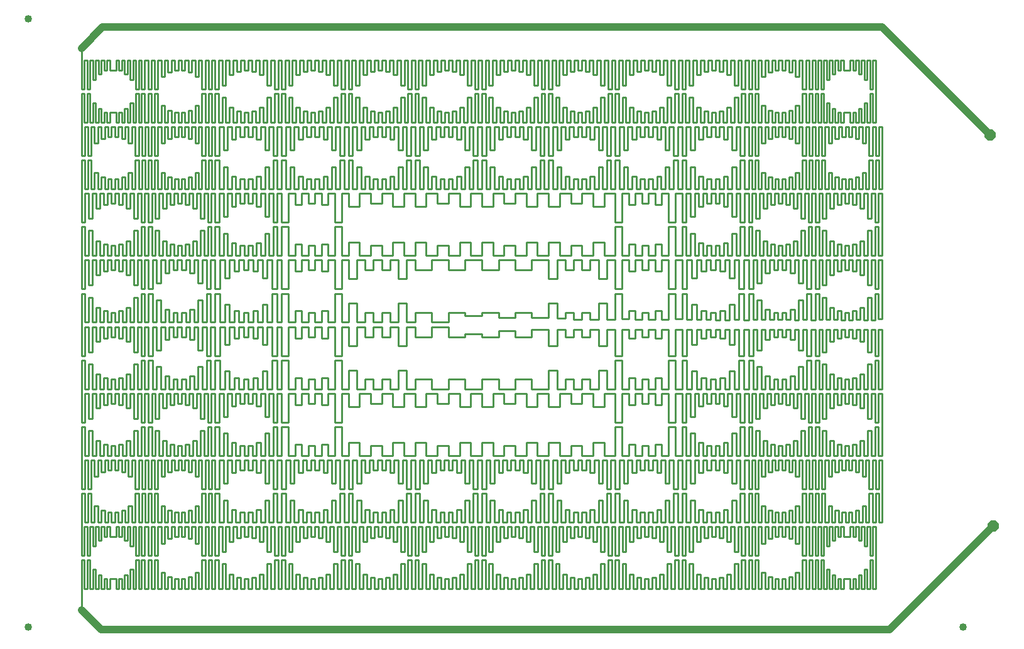
<source format=gtl>
G75*
%MOIN*%
%OFA0B0*%
%FSLAX25Y25*%
%IPPOS*%
%LPD*%
%AMOC8*
5,1,8,0,0,1.08239X$1,22.5*
%
%ADD10C,0.04000*%
%ADD11C,0.01000*%
%ADD12C,0.04000*%
%ADD13OC8,0.06000*%
D10*
X0085394Y0076283D03*
X0085394Y0399118D03*
X0581457Y0076283D03*
D11*
X0534998Y0096387D02*
X0533498Y0096387D01*
X0533498Y0111687D01*
X0531998Y0111687D01*
X0531998Y0096387D01*
X0530498Y0096387D01*
X0530498Y0106687D01*
X0528998Y0106687D01*
X0528998Y0096387D01*
X0527498Y0096387D01*
X0527498Y0103687D01*
X0525998Y0103687D01*
X0525998Y0096387D01*
X0524498Y0096387D01*
X0524498Y0101687D01*
X0522998Y0101687D01*
X0522998Y0096387D01*
X0521498Y0096387D01*
X0521498Y0101687D01*
X0518098Y0101687D01*
X0518098Y0096387D01*
X0516598Y0096387D01*
X0516598Y0101687D01*
X0515098Y0101687D01*
X0515098Y0096387D01*
X0513598Y0096387D01*
X0513598Y0103687D01*
X0512098Y0103687D01*
X0512098Y0096387D01*
X0510598Y0096387D01*
X0510598Y0106687D01*
X0509098Y0106687D01*
X0509098Y0096387D01*
X0507598Y0096387D01*
X0507598Y0111687D01*
X0506098Y0111687D01*
X0506098Y0096387D01*
X0504598Y0096387D01*
X0504598Y0111687D01*
X0503098Y0111687D01*
X0503098Y0096387D01*
X0501398Y0096387D01*
X0501398Y0111687D01*
X0499698Y0111687D01*
X0499698Y0096387D01*
X0497998Y0096387D01*
X0497998Y0111687D01*
X0496198Y0111687D01*
X0496198Y0096387D01*
X0494398Y0096387D01*
X0494398Y0105187D01*
X0492598Y0105187D01*
X0492598Y0096387D01*
X0490798Y0096387D01*
X0490798Y0102687D01*
X0488998Y0102687D01*
X0488998Y0096387D01*
X0487198Y0096387D01*
X0487198Y0101687D01*
X0485398Y0101687D01*
X0485398Y0096387D01*
X0483598Y0096387D01*
X0483598Y0101687D01*
X0481798Y0101687D01*
X0481798Y0096387D01*
X0479998Y0096387D01*
X0479998Y0102687D01*
X0478198Y0102687D01*
X0478198Y0096387D01*
X0476398Y0096387D01*
X0476398Y0105187D01*
X0474598Y0105187D01*
X0474598Y0096387D01*
X0472798Y0096387D01*
X0472798Y0111687D01*
X0471098Y0111687D01*
X0471098Y0096387D01*
X0469398Y0096387D01*
X0469398Y0111687D01*
X0467698Y0111687D01*
X0467698Y0096387D01*
X0465798Y0096387D01*
X0465798Y0111687D01*
X0463898Y0111687D01*
X0463898Y0096387D01*
X0461998Y0096387D01*
X0461998Y0109687D01*
X0459998Y0109687D01*
X0459998Y0096387D01*
X0457998Y0096387D01*
X0457998Y0104187D01*
X0455998Y0104187D01*
X0455998Y0096387D01*
X0453998Y0096387D01*
X0453998Y0102387D01*
X0451998Y0102387D01*
X0451998Y0096387D01*
X0449998Y0096387D01*
X0449998Y0101687D01*
X0447998Y0101687D01*
X0447998Y0096387D01*
X0445998Y0096387D01*
X0445998Y0102387D01*
X0443998Y0102387D01*
X0443998Y0096387D01*
X0441998Y0096387D01*
X0441998Y0104187D01*
X0439998Y0104187D01*
X0439998Y0096387D01*
X0437998Y0096387D01*
X0437998Y0109687D01*
X0436098Y0109687D01*
X0436098Y0096387D01*
X0434198Y0096387D01*
X0434198Y0111687D01*
X0432298Y0111687D01*
X0432298Y0096387D01*
X0430398Y0096387D01*
X0430398Y0111687D01*
X0428498Y0111687D01*
X0428498Y0096387D01*
X0426598Y0096387D01*
X0426598Y0109687D01*
X0424598Y0109687D01*
X0424598Y0096387D01*
X0422598Y0096387D01*
X0422598Y0104187D01*
X0420598Y0104187D01*
X0420598Y0096387D01*
X0418598Y0096387D01*
X0418598Y0102387D01*
X0416598Y0102387D01*
X0416598Y0096387D01*
X0414598Y0096387D01*
X0414598Y0101687D01*
X0412598Y0101687D01*
X0412598Y0096387D01*
X0410598Y0096387D01*
X0410598Y0102387D01*
X0408598Y0102387D01*
X0408598Y0096387D01*
X0406598Y0096387D01*
X0406598Y0104187D01*
X0404598Y0104187D01*
X0404598Y0096387D01*
X0402598Y0096387D01*
X0402598Y0109687D01*
X0400698Y0109687D01*
X0400698Y0096387D01*
X0398798Y0096387D01*
X0398798Y0111687D01*
X0396898Y0111687D01*
X0396898Y0096387D01*
X0394998Y0096387D01*
X0394998Y0111687D01*
X0393098Y0111687D01*
X0393098Y0096387D01*
X0391198Y0096387D01*
X0391198Y0109687D01*
X0389198Y0109687D01*
X0389198Y0096387D01*
X0387198Y0096387D01*
X0387198Y0104187D01*
X0385198Y0104187D01*
X0385198Y0096387D01*
X0383198Y0096387D01*
X0383198Y0102387D01*
X0381198Y0102387D01*
X0381198Y0096387D01*
X0379198Y0096387D01*
X0379198Y0101687D01*
X0377198Y0101687D01*
X0377198Y0096387D01*
X0375198Y0096387D01*
X0375198Y0102387D01*
X0373198Y0102387D01*
X0373198Y0096387D01*
X0371198Y0096387D01*
X0371198Y0104187D01*
X0369198Y0104187D01*
X0369198Y0096387D01*
X0367198Y0096387D01*
X0367198Y0109687D01*
X0365298Y0109687D01*
X0365298Y0096387D01*
X0363398Y0096387D01*
X0363398Y0111687D01*
X0361498Y0111687D01*
X0361498Y0096387D01*
X0359598Y0096387D01*
X0359598Y0111687D01*
X0357698Y0111687D01*
X0357698Y0096387D01*
X0355798Y0096387D01*
X0355798Y0109687D01*
X0353798Y0109687D01*
X0353798Y0096387D01*
X0351798Y0096387D01*
X0351798Y0104187D01*
X0349798Y0104187D01*
X0349798Y0096387D01*
X0347798Y0096387D01*
X0347798Y0102387D01*
X0345798Y0102387D01*
X0345798Y0096387D01*
X0343798Y0096387D01*
X0343798Y0101687D01*
X0341798Y0101687D01*
X0341798Y0096387D01*
X0339798Y0096387D01*
X0339798Y0102387D01*
X0337798Y0102387D01*
X0337798Y0096387D01*
X0335798Y0096387D01*
X0335798Y0104187D01*
X0333798Y0104187D01*
X0333798Y0096387D01*
X0331798Y0096387D01*
X0331798Y0109687D01*
X0329898Y0109687D01*
X0329898Y0096387D01*
X0327998Y0096387D01*
X0327998Y0111687D01*
X0326098Y0111687D01*
X0326098Y0096387D01*
X0324198Y0096387D01*
X0324198Y0111687D01*
X0322298Y0111687D01*
X0322298Y0096387D01*
X0320398Y0096387D01*
X0320398Y0109687D01*
X0318398Y0109687D01*
X0318398Y0096387D01*
X0316398Y0096387D01*
X0316398Y0104187D01*
X0314398Y0104187D01*
X0314398Y0096387D01*
X0312398Y0096387D01*
X0312398Y0102387D01*
X0310398Y0102387D01*
X0310398Y0096387D01*
X0308398Y0096387D01*
X0308398Y0101687D01*
X0306398Y0101687D01*
X0306398Y0096387D01*
X0304398Y0096387D01*
X0304398Y0102387D01*
X0302398Y0102387D01*
X0302398Y0096387D01*
X0300398Y0096387D01*
X0300398Y0104187D01*
X0298398Y0104187D01*
X0298398Y0096387D01*
X0296398Y0096387D01*
X0296398Y0109687D01*
X0294498Y0109687D01*
X0294498Y0096387D01*
X0292598Y0096387D01*
X0292598Y0111687D01*
X0290698Y0111687D01*
X0290698Y0096387D01*
X0288798Y0096387D01*
X0288798Y0111687D01*
X0286898Y0111687D01*
X0286898Y0096387D01*
X0284998Y0096387D01*
X0284998Y0109687D01*
X0282998Y0109687D01*
X0282998Y0096387D01*
X0280998Y0096387D01*
X0280998Y0104187D01*
X0278998Y0104187D01*
X0278998Y0096387D01*
X0276998Y0096387D01*
X0276998Y0102387D01*
X0274998Y0102387D01*
X0274998Y0096387D01*
X0272998Y0096387D01*
X0272998Y0101687D01*
X0270998Y0101687D01*
X0270998Y0096387D01*
X0268998Y0096387D01*
X0268998Y0102387D01*
X0266998Y0102387D01*
X0266998Y0096387D01*
X0264998Y0096387D01*
X0264998Y0104187D01*
X0262998Y0104187D01*
X0262998Y0096387D01*
X0260998Y0096387D01*
X0260998Y0109687D01*
X0259098Y0109687D01*
X0259098Y0096387D01*
X0257198Y0096387D01*
X0257198Y0111687D01*
X0255298Y0111687D01*
X0255298Y0096387D01*
X0253398Y0096387D01*
X0253398Y0111687D01*
X0251498Y0111687D01*
X0251498Y0096387D01*
X0249598Y0096387D01*
X0249598Y0109687D01*
X0247598Y0109687D01*
X0247598Y0096387D01*
X0245598Y0096387D01*
X0245598Y0104187D01*
X0243598Y0104187D01*
X0243598Y0096387D01*
X0241598Y0096387D01*
X0241598Y0102387D01*
X0239598Y0102387D01*
X0239598Y0096387D01*
X0237598Y0096387D01*
X0237598Y0101687D01*
X0235598Y0101687D01*
X0235598Y0096387D01*
X0233598Y0096387D01*
X0233598Y0102387D01*
X0231598Y0102387D01*
X0231598Y0096387D01*
X0229598Y0096387D01*
X0229598Y0104187D01*
X0227598Y0104187D01*
X0227598Y0096387D01*
X0225598Y0096387D01*
X0225598Y0109687D01*
X0223698Y0109687D01*
X0223698Y0096387D01*
X0221798Y0096387D01*
X0221798Y0111687D01*
X0219898Y0111687D01*
X0219898Y0096387D01*
X0217998Y0096387D01*
X0217998Y0111687D01*
X0216098Y0111687D01*
X0216098Y0096387D01*
X0214198Y0096387D01*
X0214198Y0109687D01*
X0212198Y0109687D01*
X0212198Y0096387D01*
X0210198Y0096387D01*
X0210198Y0104187D01*
X0208198Y0104187D01*
X0208198Y0096387D01*
X0206198Y0096387D01*
X0206198Y0102387D01*
X0204198Y0102387D01*
X0204198Y0096387D01*
X0202198Y0096387D01*
X0202198Y0101687D01*
X0200198Y0101687D01*
X0200198Y0096387D01*
X0198198Y0096387D01*
X0198198Y0102387D01*
X0196198Y0102387D01*
X0196198Y0096387D01*
X0194198Y0096387D01*
X0194198Y0104187D01*
X0192198Y0104187D01*
X0192198Y0096387D01*
X0190198Y0096387D01*
X0190198Y0109687D01*
X0188298Y0109687D01*
X0188298Y0096387D01*
X0186398Y0096387D01*
X0186398Y0111687D01*
X0184498Y0111687D01*
X0184498Y0096387D01*
X0182798Y0096387D01*
X0182798Y0111687D01*
X0181098Y0111687D01*
X0181098Y0096387D01*
X0179398Y0096387D01*
X0179398Y0111687D01*
X0177598Y0111687D01*
X0177598Y0096387D01*
X0175798Y0096387D01*
X0175798Y0105187D01*
X0173998Y0105187D01*
X0173998Y0096387D01*
X0172198Y0096387D01*
X0172198Y0102687D01*
X0170398Y0102687D01*
X0170398Y0096387D01*
X0168598Y0096387D01*
X0168598Y0101687D01*
X0166798Y0101687D01*
X0166798Y0096387D01*
X0164998Y0096387D01*
X0164998Y0101687D01*
X0163198Y0101687D01*
X0163198Y0096387D01*
X0161398Y0096387D01*
X0161398Y0102687D01*
X0159598Y0102687D01*
X0159598Y0096387D01*
X0157798Y0096387D01*
X0157798Y0105187D01*
X0155998Y0105187D01*
X0155998Y0096387D01*
X0154198Y0096387D01*
X0154198Y0111687D01*
X0152498Y0111687D01*
X0152498Y0096387D01*
X0150798Y0096387D01*
X0150798Y0111687D01*
X0149098Y0111687D01*
X0149098Y0096387D01*
X0147098Y0096387D01*
X0147098Y0111687D01*
X0145598Y0111687D01*
X0145598Y0096387D01*
X0144098Y0096387D01*
X0144098Y0111687D01*
X0142598Y0111687D01*
X0142598Y0096387D01*
X0141098Y0096387D01*
X0141098Y0106687D01*
X0139598Y0106687D01*
X0139598Y0096387D01*
X0138098Y0096387D01*
X0138098Y0103687D01*
X0136598Y0103687D01*
X0136598Y0096387D01*
X0135098Y0096387D01*
X0135098Y0101687D01*
X0133598Y0101687D01*
X0133598Y0096387D01*
X0132098Y0096387D01*
X0132098Y0101687D01*
X0128698Y0101687D01*
X0128698Y0096387D01*
X0127198Y0096387D01*
X0127198Y0101687D01*
X0125698Y0101687D01*
X0125698Y0096387D01*
X0124198Y0096387D01*
X0124198Y0103687D01*
X0122698Y0103687D01*
X0122698Y0096387D01*
X0121198Y0096387D01*
X0121198Y0106687D01*
X0119698Y0106687D01*
X0119698Y0096387D01*
X0118198Y0096387D01*
X0118198Y0111687D01*
X0116698Y0111687D01*
X0116698Y0096387D01*
X0115198Y0096387D01*
X0115198Y0111687D01*
X0113698Y0111687D01*
X0113698Y0085087D01*
X0113698Y0114087D02*
X0115198Y0114087D01*
X0115198Y0129387D01*
X0116698Y0129387D01*
X0116698Y0114087D01*
X0118198Y0114087D01*
X0118198Y0129387D01*
X0119698Y0129387D01*
X0119698Y0119087D01*
X0121198Y0119087D01*
X0121198Y0129387D01*
X0122698Y0129387D01*
X0122698Y0122087D01*
X0124198Y0122087D01*
X0124198Y0129387D01*
X0125698Y0129387D01*
X0125698Y0124087D01*
X0127198Y0124087D01*
X0127198Y0129387D01*
X0128698Y0129387D01*
X0128698Y0124087D01*
X0132098Y0124087D01*
X0132098Y0129387D01*
X0133598Y0129387D01*
X0133598Y0124087D01*
X0135098Y0124087D01*
X0135098Y0129387D01*
X0136598Y0129387D01*
X0136598Y0122087D01*
X0138098Y0122087D01*
X0138098Y0129387D01*
X0139598Y0129387D01*
X0139598Y0119087D01*
X0141098Y0119087D01*
X0141098Y0129387D01*
X0142598Y0129387D01*
X0142598Y0114087D01*
X0144098Y0114087D01*
X0144098Y0129387D01*
X0145598Y0129387D01*
X0145598Y0114087D01*
X0147098Y0114087D01*
X0147098Y0129387D01*
X0149098Y0129387D01*
X0149098Y0114087D01*
X0150798Y0114087D01*
X0150798Y0129387D01*
X0152498Y0129387D01*
X0152498Y0114087D01*
X0154198Y0114087D01*
X0154198Y0129387D01*
X0155998Y0129387D01*
X0155998Y0120587D01*
X0157798Y0120587D01*
X0157798Y0129387D01*
X0159598Y0129387D01*
X0159598Y0123087D01*
X0161398Y0123087D01*
X0161398Y0129387D01*
X0163198Y0129387D01*
X0163198Y0124087D01*
X0164998Y0124087D01*
X0164998Y0129387D01*
X0166798Y0129387D01*
X0166798Y0124087D01*
X0168598Y0124087D01*
X0168598Y0129387D01*
X0170398Y0129387D01*
X0170398Y0123087D01*
X0172198Y0123087D01*
X0172198Y0129387D01*
X0173998Y0129387D01*
X0173998Y0120587D01*
X0175798Y0120587D01*
X0175798Y0129387D01*
X0177598Y0129387D01*
X0177598Y0114087D01*
X0179398Y0114087D01*
X0179398Y0129387D01*
X0181098Y0129387D01*
X0181098Y0114087D01*
X0182798Y0114087D01*
X0182798Y0129387D01*
X0184498Y0129387D01*
X0184498Y0114087D01*
X0186398Y0114087D01*
X0186398Y0129387D01*
X0188298Y0129387D01*
X0188298Y0116087D01*
X0190198Y0116087D01*
X0190198Y0129387D01*
X0192198Y0129387D01*
X0192198Y0121587D01*
X0194198Y0121587D01*
X0194198Y0129387D01*
X0196198Y0129387D01*
X0196198Y0123387D01*
X0198198Y0123387D01*
X0198198Y0129387D01*
X0200198Y0129387D01*
X0200198Y0124087D01*
X0202198Y0124087D01*
X0202198Y0129387D01*
X0204198Y0129387D01*
X0204198Y0123387D01*
X0206198Y0123387D01*
X0206198Y0129387D01*
X0208198Y0129387D01*
X0208198Y0121587D01*
X0210198Y0121587D01*
X0210198Y0129387D01*
X0212198Y0129387D01*
X0212198Y0116087D01*
X0214198Y0116087D01*
X0214198Y0129387D01*
X0216098Y0129387D01*
X0216098Y0114087D01*
X0217998Y0114087D01*
X0217998Y0129387D01*
X0219898Y0129387D01*
X0219898Y0114087D01*
X0221798Y0114087D01*
X0221798Y0129387D01*
X0223698Y0129387D01*
X0223698Y0116087D01*
X0225598Y0116087D01*
X0225598Y0129387D01*
X0227598Y0129387D01*
X0227598Y0121587D01*
X0229598Y0121587D01*
X0229598Y0129387D01*
X0231598Y0129387D01*
X0231598Y0123387D01*
X0233598Y0123387D01*
X0233598Y0129387D01*
X0235598Y0129387D01*
X0235598Y0124087D01*
X0237598Y0124087D01*
X0237598Y0129387D01*
X0239598Y0129387D01*
X0239598Y0123387D01*
X0241598Y0123387D01*
X0241598Y0129387D01*
X0243598Y0129387D01*
X0243598Y0121587D01*
X0245598Y0121587D01*
X0245598Y0129387D01*
X0247598Y0129387D01*
X0247598Y0116087D01*
X0249598Y0116087D01*
X0249598Y0129387D01*
X0251498Y0129387D01*
X0251498Y0114087D01*
X0253398Y0114087D01*
X0253398Y0129387D01*
X0255298Y0129387D01*
X0255298Y0114087D01*
X0257198Y0114087D01*
X0257198Y0129387D01*
X0259098Y0129387D01*
X0259098Y0116087D01*
X0260998Y0116087D01*
X0260998Y0129387D01*
X0262998Y0129387D01*
X0262998Y0121587D01*
X0264998Y0121587D01*
X0264998Y0129387D01*
X0266998Y0129387D01*
X0266998Y0123387D01*
X0268998Y0123387D01*
X0268998Y0129387D01*
X0270998Y0129387D01*
X0270998Y0124087D01*
X0272998Y0124087D01*
X0272998Y0129387D01*
X0274998Y0129387D01*
X0274998Y0123387D01*
X0276998Y0123387D01*
X0276998Y0129387D01*
X0278998Y0129387D01*
X0278998Y0121587D01*
X0280998Y0121587D01*
X0280998Y0129387D01*
X0282998Y0129387D01*
X0282998Y0116087D01*
X0284998Y0116087D01*
X0284998Y0129387D01*
X0286898Y0129387D01*
X0286898Y0114087D01*
X0288798Y0114087D01*
X0288798Y0129387D01*
X0290698Y0129387D01*
X0290698Y0114087D01*
X0292598Y0114087D01*
X0292598Y0129387D01*
X0294498Y0129387D01*
X0294498Y0116087D01*
X0296398Y0116087D01*
X0296398Y0129387D01*
X0298398Y0129387D01*
X0298398Y0121587D01*
X0300398Y0121587D01*
X0300398Y0129387D01*
X0302398Y0129387D01*
X0302398Y0123387D01*
X0304398Y0123387D01*
X0304398Y0129387D01*
X0306398Y0129387D01*
X0306398Y0124087D01*
X0308398Y0124087D01*
X0308398Y0129387D01*
X0310398Y0129387D01*
X0310398Y0123387D01*
X0312398Y0123387D01*
X0312398Y0129387D01*
X0314398Y0129387D01*
X0314398Y0121587D01*
X0316398Y0121587D01*
X0316398Y0129387D01*
X0318398Y0129387D01*
X0318398Y0116087D01*
X0320398Y0116087D01*
X0320398Y0129387D01*
X0322298Y0129387D01*
X0322298Y0114087D01*
X0324198Y0114087D01*
X0324198Y0129387D01*
X0326098Y0129387D01*
X0326098Y0114087D01*
X0327998Y0114087D01*
X0327998Y0129387D01*
X0329898Y0129387D01*
X0329898Y0116087D01*
X0331798Y0116087D01*
X0331798Y0129387D01*
X0333798Y0129387D01*
X0333798Y0121587D01*
X0335798Y0121587D01*
X0335798Y0129387D01*
X0337798Y0129387D01*
X0337798Y0123387D01*
X0339798Y0123387D01*
X0339798Y0129387D01*
X0341798Y0129387D01*
X0341798Y0124087D01*
X0343798Y0124087D01*
X0343798Y0129387D01*
X0345798Y0129387D01*
X0345798Y0123387D01*
X0347798Y0123387D01*
X0347798Y0129387D01*
X0349798Y0129387D01*
X0349798Y0121587D01*
X0351798Y0121587D01*
X0351798Y0129387D01*
X0353798Y0129387D01*
X0353798Y0116087D01*
X0355798Y0116087D01*
X0355798Y0129387D01*
X0357698Y0129387D01*
X0357698Y0114087D01*
X0359598Y0114087D01*
X0359598Y0129387D01*
X0361498Y0129387D01*
X0361498Y0114087D01*
X0363398Y0114087D01*
X0363398Y0129387D01*
X0365298Y0129387D01*
X0365298Y0116087D01*
X0367198Y0116087D01*
X0367198Y0129387D01*
X0369198Y0129387D01*
X0369198Y0121587D01*
X0371198Y0121587D01*
X0371198Y0129387D01*
X0373198Y0129387D01*
X0373198Y0123387D01*
X0375198Y0123387D01*
X0375198Y0129387D01*
X0377198Y0129387D01*
X0377198Y0124087D01*
X0379198Y0124087D01*
X0379198Y0129387D01*
X0381198Y0129387D01*
X0381198Y0123387D01*
X0383198Y0123387D01*
X0383198Y0129387D01*
X0385198Y0129387D01*
X0385198Y0121587D01*
X0387198Y0121587D01*
X0387198Y0129387D01*
X0389198Y0129387D01*
X0389198Y0116087D01*
X0391198Y0116087D01*
X0391198Y0129387D01*
X0393098Y0129387D01*
X0393098Y0114087D01*
X0394998Y0114087D01*
X0394998Y0129387D01*
X0396898Y0129387D01*
X0396898Y0114087D01*
X0398798Y0114087D01*
X0398798Y0129387D01*
X0400698Y0129387D01*
X0400698Y0116087D01*
X0402598Y0116087D01*
X0402598Y0129387D01*
X0404598Y0129387D01*
X0404598Y0121587D01*
X0406598Y0121587D01*
X0406598Y0129387D01*
X0408598Y0129387D01*
X0408598Y0123387D01*
X0410598Y0123387D01*
X0410598Y0129387D01*
X0412598Y0129387D01*
X0412598Y0124087D01*
X0414598Y0124087D01*
X0414598Y0129387D01*
X0416598Y0129387D01*
X0416598Y0123387D01*
X0418598Y0123387D01*
X0418598Y0129387D01*
X0420598Y0129387D01*
X0420598Y0121587D01*
X0422598Y0121587D01*
X0422598Y0129387D01*
X0424598Y0129387D01*
X0424598Y0116087D01*
X0426598Y0116087D01*
X0426598Y0129387D01*
X0428498Y0129387D01*
X0428498Y0114087D01*
X0430398Y0114087D01*
X0430398Y0129387D01*
X0432298Y0129387D01*
X0432298Y0114087D01*
X0434198Y0114087D01*
X0434198Y0129387D01*
X0436098Y0129387D01*
X0436098Y0116087D01*
X0437998Y0116087D01*
X0437998Y0129387D01*
X0439998Y0129387D01*
X0439998Y0121587D01*
X0441998Y0121587D01*
X0441998Y0129387D01*
X0443998Y0129387D01*
X0443998Y0123387D01*
X0445998Y0123387D01*
X0445998Y0129387D01*
X0447998Y0129387D01*
X0447998Y0124087D01*
X0449998Y0124087D01*
X0449998Y0129387D01*
X0451998Y0129387D01*
X0451998Y0123387D01*
X0453998Y0123387D01*
X0453998Y0129387D01*
X0455998Y0129387D01*
X0455998Y0121587D01*
X0457998Y0121587D01*
X0457998Y0129387D01*
X0459998Y0129387D01*
X0459998Y0116087D01*
X0461998Y0116087D01*
X0461998Y0129387D01*
X0463898Y0129387D01*
X0463898Y0114087D01*
X0465798Y0114087D01*
X0465798Y0129387D01*
X0467698Y0129387D01*
X0467698Y0114087D01*
X0469398Y0114087D01*
X0469398Y0129387D01*
X0471098Y0129387D01*
X0471098Y0114087D01*
X0472798Y0114087D01*
X0472798Y0129387D01*
X0474598Y0129387D01*
X0474598Y0120587D01*
X0476398Y0120587D01*
X0476398Y0129387D01*
X0478198Y0129387D01*
X0478198Y0123087D01*
X0479998Y0123087D01*
X0479998Y0129387D01*
X0481798Y0129387D01*
X0481798Y0124087D01*
X0483598Y0124087D01*
X0483598Y0129387D01*
X0485398Y0129387D01*
X0485398Y0124087D01*
X0487198Y0124087D01*
X0487198Y0129387D01*
X0488998Y0129387D01*
X0488998Y0123087D01*
X0490798Y0123087D01*
X0490798Y0129387D01*
X0492598Y0129387D01*
X0492598Y0120587D01*
X0494398Y0120587D01*
X0494398Y0129387D01*
X0496198Y0129387D01*
X0496198Y0114087D01*
X0497998Y0114087D01*
X0497998Y0129387D01*
X0499698Y0129387D01*
X0499698Y0114087D01*
X0501398Y0114087D01*
X0501398Y0129387D01*
X0503098Y0129387D01*
X0503098Y0114087D01*
X0504598Y0114087D01*
X0504598Y0129387D01*
X0506098Y0129387D01*
X0506098Y0114087D01*
X0507598Y0114087D01*
X0507598Y0129387D01*
X0509098Y0129387D01*
X0509098Y0119087D01*
X0510598Y0119087D01*
X0510598Y0129387D01*
X0512098Y0129387D01*
X0512098Y0122087D01*
X0513598Y0122087D01*
X0513598Y0129387D01*
X0515098Y0129387D01*
X0515098Y0124087D01*
X0516598Y0124087D01*
X0516598Y0129387D01*
X0518098Y0129387D01*
X0518098Y0124087D01*
X0521498Y0124087D01*
X0521498Y0129387D01*
X0522998Y0129387D01*
X0522998Y0124087D01*
X0524498Y0124087D01*
X0524498Y0129387D01*
X0525998Y0129387D01*
X0525998Y0122087D01*
X0527498Y0122087D01*
X0527498Y0129387D01*
X0528998Y0129387D01*
X0528998Y0119087D01*
X0530498Y0119087D01*
X0530498Y0129387D01*
X0531998Y0129387D01*
X0531998Y0114087D01*
X0533498Y0114087D01*
X0533498Y0129387D01*
X0534998Y0129387D01*
X0534998Y0096387D01*
X0535098Y0131787D02*
X0533398Y0131787D01*
X0533398Y0147087D01*
X0531598Y0147087D01*
X0531598Y0131787D01*
X0529798Y0131787D01*
X0529798Y0140587D01*
X0527998Y0140587D01*
X0527998Y0131787D01*
X0526198Y0131787D01*
X0526198Y0138087D01*
X0524398Y0138087D01*
X0524398Y0131787D01*
X0522598Y0131787D01*
X0522598Y0137087D01*
X0520798Y0137087D01*
X0520798Y0131787D01*
X0518998Y0131787D01*
X0518998Y0137087D01*
X0517198Y0137087D01*
X0517198Y0131787D01*
X0515398Y0131787D01*
X0515398Y0138087D01*
X0513598Y0138087D01*
X0513598Y0131787D01*
X0511798Y0131787D01*
X0511798Y0140587D01*
X0509998Y0140587D01*
X0509998Y0131787D01*
X0508198Y0131787D01*
X0508198Y0147087D01*
X0506498Y0147087D01*
X0506498Y0131787D01*
X0504798Y0131787D01*
X0504798Y0147087D01*
X0503098Y0147087D01*
X0503098Y0131787D01*
X0501398Y0131787D01*
X0501398Y0147087D01*
X0499698Y0147087D01*
X0499698Y0131787D01*
X0497998Y0131787D01*
X0497998Y0147087D01*
X0496198Y0147087D01*
X0496198Y0131787D01*
X0494398Y0131787D01*
X0494398Y0140587D01*
X0492598Y0140587D01*
X0492598Y0131787D01*
X0490798Y0131787D01*
X0490798Y0138087D01*
X0488998Y0138087D01*
X0488998Y0131787D01*
X0487198Y0131787D01*
X0487198Y0137087D01*
X0485398Y0137087D01*
X0485398Y0131787D01*
X0483598Y0131787D01*
X0483598Y0137087D01*
X0481798Y0137087D01*
X0481798Y0131787D01*
X0479998Y0131787D01*
X0479998Y0138087D01*
X0478198Y0138087D01*
X0478198Y0131787D01*
X0476398Y0131787D01*
X0476398Y0140587D01*
X0474598Y0140587D01*
X0474598Y0131787D01*
X0472798Y0131787D01*
X0472798Y0147087D01*
X0471098Y0147087D01*
X0471098Y0131787D01*
X0469398Y0131787D01*
X0469398Y0147087D01*
X0467698Y0147087D01*
X0467698Y0131787D01*
X0465398Y0131787D01*
X0465398Y0147087D01*
X0463198Y0147087D01*
X0463198Y0131787D01*
X0460998Y0131787D01*
X0460998Y0143587D01*
X0458798Y0143587D01*
X0458798Y0131787D01*
X0456598Y0131787D01*
X0456598Y0138587D01*
X0454398Y0138587D01*
X0454398Y0131787D01*
X0452198Y0131787D01*
X0452198Y0137087D01*
X0449998Y0137087D01*
X0449998Y0131787D01*
X0447798Y0131787D01*
X0447798Y0137087D01*
X0445598Y0137087D01*
X0445598Y0131787D01*
X0443398Y0131787D01*
X0443398Y0138587D01*
X0441198Y0138587D01*
X0441198Y0131787D01*
X0438998Y0131787D01*
X0438998Y0143587D01*
X0436798Y0143587D01*
X0436798Y0131787D01*
X0434598Y0131787D01*
X0434598Y0147087D01*
X0432298Y0147087D01*
X0432298Y0131787D01*
X0429998Y0131787D01*
X0429998Y0147087D01*
X0427798Y0147087D01*
X0427798Y0131787D01*
X0425598Y0131787D01*
X0425598Y0143587D01*
X0423398Y0143587D01*
X0423398Y0131787D01*
X0421198Y0131787D01*
X0421198Y0138587D01*
X0418998Y0138587D01*
X0418998Y0131787D01*
X0416798Y0131787D01*
X0416798Y0137087D01*
X0414598Y0137087D01*
X0414598Y0131787D01*
X0412398Y0131787D01*
X0412398Y0137087D01*
X0410198Y0137087D01*
X0410198Y0131787D01*
X0407998Y0131787D01*
X0407998Y0138587D01*
X0405798Y0138587D01*
X0405798Y0131787D01*
X0403598Y0131787D01*
X0403598Y0143587D01*
X0401398Y0143587D01*
X0401398Y0131787D01*
X0399198Y0131787D01*
X0399198Y0147087D01*
X0396898Y0147087D01*
X0396898Y0131787D01*
X0394598Y0131787D01*
X0394598Y0147087D01*
X0392398Y0147087D01*
X0392398Y0131787D01*
X0390198Y0131787D01*
X0390198Y0143587D01*
X0387998Y0143587D01*
X0387998Y0131787D01*
X0385798Y0131787D01*
X0385798Y0138587D01*
X0383598Y0138587D01*
X0383598Y0131787D01*
X0381398Y0131787D01*
X0381398Y0137087D01*
X0379198Y0137087D01*
X0379198Y0131787D01*
X0376998Y0131787D01*
X0376998Y0137087D01*
X0374798Y0137087D01*
X0374798Y0131787D01*
X0372598Y0131787D01*
X0372598Y0138587D01*
X0370398Y0138587D01*
X0370398Y0131787D01*
X0368198Y0131787D01*
X0368198Y0143587D01*
X0365998Y0143587D01*
X0365998Y0131787D01*
X0363798Y0131787D01*
X0363798Y0147087D01*
X0361498Y0147087D01*
X0361498Y0131787D01*
X0359198Y0131787D01*
X0359198Y0147087D01*
X0356998Y0147087D01*
X0356998Y0131787D01*
X0354798Y0131787D01*
X0354798Y0143587D01*
X0352598Y0143587D01*
X0352598Y0131787D01*
X0350398Y0131787D01*
X0350398Y0138587D01*
X0348198Y0138587D01*
X0348198Y0131787D01*
X0345998Y0131787D01*
X0345998Y0137087D01*
X0343798Y0137087D01*
X0343798Y0131787D01*
X0341598Y0131787D01*
X0341598Y0137087D01*
X0339398Y0137087D01*
X0339398Y0131787D01*
X0337198Y0131787D01*
X0337198Y0138587D01*
X0334998Y0138587D01*
X0334998Y0131787D01*
X0332798Y0131787D01*
X0332798Y0143587D01*
X0330598Y0143587D01*
X0330598Y0131787D01*
X0328398Y0131787D01*
X0328398Y0147087D01*
X0326098Y0147087D01*
X0326098Y0131787D01*
X0323798Y0131787D01*
X0323798Y0147087D01*
X0321598Y0147087D01*
X0321598Y0131787D01*
X0319398Y0131787D01*
X0319398Y0143587D01*
X0317198Y0143587D01*
X0317198Y0131787D01*
X0314998Y0131787D01*
X0314998Y0138587D01*
X0312798Y0138587D01*
X0312798Y0131787D01*
X0310598Y0131787D01*
X0310598Y0137087D01*
X0308398Y0137087D01*
X0308398Y0131787D01*
X0306198Y0131787D01*
X0306198Y0137087D01*
X0303998Y0137087D01*
X0303998Y0131787D01*
X0301798Y0131787D01*
X0301798Y0138587D01*
X0299598Y0138587D01*
X0299598Y0131787D01*
X0297398Y0131787D01*
X0297398Y0143587D01*
X0295198Y0143587D01*
X0295198Y0131787D01*
X0292998Y0131787D01*
X0292998Y0147087D01*
X0290698Y0147087D01*
X0290698Y0131787D01*
X0288398Y0131787D01*
X0288398Y0147087D01*
X0286198Y0147087D01*
X0286198Y0131787D01*
X0283998Y0131787D01*
X0283998Y0143587D01*
X0281798Y0143587D01*
X0281798Y0131787D01*
X0279598Y0131787D01*
X0279598Y0138587D01*
X0277398Y0138587D01*
X0277398Y0131787D01*
X0275198Y0131787D01*
X0275198Y0137087D01*
X0272998Y0137087D01*
X0272998Y0131787D01*
X0270798Y0131787D01*
X0270798Y0137087D01*
X0268598Y0137087D01*
X0268598Y0131787D01*
X0266398Y0131787D01*
X0266398Y0138587D01*
X0264198Y0138587D01*
X0264198Y0131787D01*
X0261998Y0131787D01*
X0261998Y0143587D01*
X0259798Y0143587D01*
X0259798Y0131787D01*
X0257598Y0131787D01*
X0257598Y0147087D01*
X0255298Y0147087D01*
X0255298Y0131787D01*
X0252998Y0131787D01*
X0252998Y0147087D01*
X0250798Y0147087D01*
X0250798Y0131787D01*
X0248598Y0131787D01*
X0248598Y0143587D01*
X0246398Y0143587D01*
X0246398Y0131787D01*
X0244198Y0131787D01*
X0244198Y0138587D01*
X0241998Y0138587D01*
X0241998Y0131787D01*
X0239798Y0131787D01*
X0239798Y0137087D01*
X0237598Y0137087D01*
X0237598Y0131787D01*
X0235398Y0131787D01*
X0235398Y0137087D01*
X0233198Y0137087D01*
X0233198Y0131787D01*
X0230998Y0131787D01*
X0230998Y0138587D01*
X0228798Y0138587D01*
X0228798Y0131787D01*
X0226598Y0131787D01*
X0226598Y0143587D01*
X0224398Y0143587D01*
X0224398Y0131787D01*
X0222198Y0131787D01*
X0222198Y0147087D01*
X0219898Y0147087D01*
X0219898Y0131787D01*
X0217598Y0131787D01*
X0217598Y0147087D01*
X0215398Y0147087D01*
X0215398Y0131787D01*
X0213198Y0131787D01*
X0213198Y0143587D01*
X0210998Y0143587D01*
X0210998Y0131787D01*
X0208798Y0131787D01*
X0208798Y0138587D01*
X0206598Y0138587D01*
X0206598Y0131787D01*
X0204398Y0131787D01*
X0204398Y0137087D01*
X0202198Y0137087D01*
X0202198Y0131787D01*
X0199998Y0131787D01*
X0199998Y0137087D01*
X0197798Y0137087D01*
X0197798Y0131787D01*
X0195598Y0131787D01*
X0195598Y0138587D01*
X0193398Y0138587D01*
X0193398Y0131787D01*
X0191198Y0131787D01*
X0191198Y0143587D01*
X0188998Y0143587D01*
X0188998Y0131787D01*
X0186798Y0131787D01*
X0186798Y0147087D01*
X0184498Y0147087D01*
X0184498Y0131787D01*
X0182798Y0131787D01*
X0182798Y0147087D01*
X0181098Y0147087D01*
X0181098Y0131787D01*
X0179398Y0131787D01*
X0179398Y0147087D01*
X0177598Y0147087D01*
X0177598Y0131787D01*
X0175798Y0131787D01*
X0175798Y0140587D01*
X0173998Y0140587D01*
X0173998Y0131787D01*
X0172198Y0131787D01*
X0172198Y0138087D01*
X0170398Y0138087D01*
X0170398Y0131787D01*
X0168598Y0131787D01*
X0168598Y0137087D01*
X0166798Y0137087D01*
X0166798Y0131787D01*
X0164998Y0131787D01*
X0164998Y0137087D01*
X0163198Y0137087D01*
X0163198Y0131787D01*
X0161398Y0131787D01*
X0161398Y0138087D01*
X0159598Y0138087D01*
X0159598Y0131787D01*
X0157798Y0131787D01*
X0157798Y0140587D01*
X0155998Y0140587D01*
X0155998Y0131787D01*
X0154198Y0131787D01*
X0154198Y0147087D01*
X0152498Y0147087D01*
X0152498Y0131787D01*
X0150798Y0131787D01*
X0150798Y0147087D01*
X0149098Y0147087D01*
X0149098Y0131787D01*
X0147398Y0131787D01*
X0147398Y0147087D01*
X0145698Y0147087D01*
X0145698Y0131787D01*
X0143998Y0131787D01*
X0143998Y0147087D01*
X0142198Y0147087D01*
X0142198Y0131787D01*
X0140398Y0131787D01*
X0140398Y0140587D01*
X0138598Y0140587D01*
X0138598Y0131787D01*
X0136798Y0131787D01*
X0136798Y0138087D01*
X0134998Y0138087D01*
X0134998Y0131787D01*
X0133198Y0131787D01*
X0133198Y0137087D01*
X0131398Y0137087D01*
X0131398Y0131787D01*
X0129598Y0131787D01*
X0129598Y0137087D01*
X0127798Y0137087D01*
X0127798Y0131787D01*
X0125998Y0131787D01*
X0125998Y0138087D01*
X0124198Y0138087D01*
X0124198Y0131787D01*
X0122398Y0131787D01*
X0122398Y0140587D01*
X0120598Y0140587D01*
X0120598Y0131787D01*
X0118798Y0131787D01*
X0118798Y0147087D01*
X0117098Y0147087D01*
X0117098Y0131787D01*
X0115398Y0131787D01*
X0115398Y0147087D01*
X0113698Y0147087D01*
X0113698Y0114087D01*
X0113698Y0149487D02*
X0115398Y0149487D01*
X0115398Y0164787D01*
X0117098Y0164787D01*
X0117098Y0149487D01*
X0118798Y0149487D01*
X0118798Y0164787D01*
X0120598Y0164787D01*
X0120598Y0155987D01*
X0122398Y0155987D01*
X0122398Y0164787D01*
X0124198Y0164787D01*
X0124198Y0158487D01*
X0125998Y0158487D01*
X0125998Y0164787D01*
X0127798Y0164787D01*
X0127798Y0159487D01*
X0129598Y0159487D01*
X0129598Y0164787D01*
X0131398Y0164787D01*
X0131398Y0159487D01*
X0133198Y0159487D01*
X0133198Y0164787D01*
X0134998Y0164787D01*
X0134998Y0158487D01*
X0136798Y0158487D01*
X0136798Y0164787D01*
X0138598Y0164787D01*
X0138598Y0155987D01*
X0140398Y0155987D01*
X0140398Y0164787D01*
X0142198Y0164787D01*
X0142198Y0149487D01*
X0143998Y0149487D01*
X0143998Y0164787D01*
X0145698Y0164787D01*
X0145698Y0149487D01*
X0147398Y0149487D01*
X0147398Y0164787D01*
X0149098Y0164787D01*
X0149098Y0149487D01*
X0150798Y0149487D01*
X0150798Y0164787D01*
X0152498Y0164787D01*
X0152498Y0149487D01*
X0154198Y0149487D01*
X0154198Y0164787D01*
X0155998Y0164787D01*
X0155998Y0155987D01*
X0157798Y0155987D01*
X0157798Y0164787D01*
X0159598Y0164787D01*
X0159598Y0158487D01*
X0161398Y0158487D01*
X0161398Y0164787D01*
X0163198Y0164787D01*
X0163198Y0159487D01*
X0164998Y0159487D01*
X0164998Y0164787D01*
X0166798Y0164787D01*
X0166798Y0159487D01*
X0168598Y0159487D01*
X0168598Y0164787D01*
X0170398Y0164787D01*
X0170398Y0158487D01*
X0172198Y0158487D01*
X0172198Y0164787D01*
X0173998Y0164787D01*
X0173998Y0155987D01*
X0175798Y0155987D01*
X0175798Y0164787D01*
X0177598Y0164787D01*
X0177598Y0149487D01*
X0179398Y0149487D01*
X0179398Y0164787D01*
X0181098Y0164787D01*
X0181098Y0149487D01*
X0182798Y0149487D01*
X0182798Y0164787D01*
X0184498Y0164787D01*
X0184498Y0149487D01*
X0186798Y0149487D01*
X0186798Y0164787D01*
X0188998Y0164787D01*
X0188998Y0152487D01*
X0191198Y0152487D01*
X0191198Y0164787D01*
X0193398Y0164787D01*
X0193398Y0157987D01*
X0195598Y0157987D01*
X0195598Y0164787D01*
X0197798Y0164787D01*
X0197798Y0159487D01*
X0199998Y0159487D01*
X0199998Y0164787D01*
X0202198Y0164787D01*
X0202198Y0159487D01*
X0204398Y0159487D01*
X0204398Y0164787D01*
X0206598Y0164787D01*
X0206598Y0157987D01*
X0208798Y0157987D01*
X0208798Y0164787D01*
X0210998Y0164787D01*
X0210998Y0152487D01*
X0213198Y0152487D01*
X0213198Y0164787D01*
X0215398Y0164787D01*
X0215398Y0149487D01*
X0217598Y0149487D01*
X0217598Y0164787D01*
X0219898Y0164787D01*
X0219898Y0149487D01*
X0222198Y0149487D01*
X0222198Y0164787D01*
X0224398Y0164787D01*
X0224398Y0152487D01*
X0226598Y0152487D01*
X0226598Y0164787D01*
X0228798Y0164787D01*
X0228798Y0157987D01*
X0230998Y0157987D01*
X0230998Y0164787D01*
X0233198Y0164787D01*
X0233198Y0159487D01*
X0235398Y0159487D01*
X0235398Y0164787D01*
X0237598Y0164787D01*
X0237598Y0159487D01*
X0239798Y0159487D01*
X0239798Y0164787D01*
X0241998Y0164787D01*
X0241998Y0157987D01*
X0244198Y0157987D01*
X0244198Y0164787D01*
X0246398Y0164787D01*
X0246398Y0152487D01*
X0248598Y0152487D01*
X0248598Y0164787D01*
X0250798Y0164787D01*
X0250798Y0149487D01*
X0252998Y0149487D01*
X0252998Y0164787D01*
X0255298Y0164787D01*
X0255298Y0149487D01*
X0257598Y0149487D01*
X0257598Y0164787D01*
X0259798Y0164787D01*
X0259798Y0152487D01*
X0261998Y0152487D01*
X0261998Y0164787D01*
X0264198Y0164787D01*
X0264198Y0157987D01*
X0266398Y0157987D01*
X0266398Y0164787D01*
X0268598Y0164787D01*
X0268598Y0159487D01*
X0270798Y0159487D01*
X0270798Y0164787D01*
X0272998Y0164787D01*
X0272998Y0159487D01*
X0275198Y0159487D01*
X0275198Y0164787D01*
X0277398Y0164787D01*
X0277398Y0157987D01*
X0279598Y0157987D01*
X0279598Y0164787D01*
X0281798Y0164787D01*
X0281798Y0152487D01*
X0283998Y0152487D01*
X0283998Y0164787D01*
X0286198Y0164787D01*
X0286198Y0149487D01*
X0288398Y0149487D01*
X0288398Y0164787D01*
X0290698Y0164787D01*
X0290698Y0149487D01*
X0292998Y0149487D01*
X0292998Y0164787D01*
X0295198Y0164787D01*
X0295198Y0152487D01*
X0297398Y0152487D01*
X0297398Y0164787D01*
X0299598Y0164787D01*
X0299598Y0157987D01*
X0301798Y0157987D01*
X0301798Y0164787D01*
X0303998Y0164787D01*
X0303998Y0159487D01*
X0306198Y0159487D01*
X0306198Y0164787D01*
X0308398Y0164787D01*
X0308398Y0159487D01*
X0310598Y0159487D01*
X0310598Y0164787D01*
X0312798Y0164787D01*
X0312798Y0157987D01*
X0314998Y0157987D01*
X0314998Y0164787D01*
X0317198Y0164787D01*
X0317198Y0152487D01*
X0319398Y0152487D01*
X0319398Y0164787D01*
X0321598Y0164787D01*
X0321598Y0149487D01*
X0323798Y0149487D01*
X0323798Y0164787D01*
X0326098Y0164787D01*
X0326098Y0149487D01*
X0328398Y0149487D01*
X0328398Y0164787D01*
X0330598Y0164787D01*
X0330598Y0152487D01*
X0332798Y0152487D01*
X0332798Y0164787D01*
X0334998Y0164787D01*
X0334998Y0157987D01*
X0337198Y0157987D01*
X0337198Y0164787D01*
X0339398Y0164787D01*
X0339398Y0159487D01*
X0341598Y0159487D01*
X0341598Y0164787D01*
X0343798Y0164787D01*
X0343798Y0159487D01*
X0345998Y0159487D01*
X0345998Y0164787D01*
X0348198Y0164787D01*
X0348198Y0157987D01*
X0350398Y0157987D01*
X0350398Y0164787D01*
X0352598Y0164787D01*
X0352598Y0152487D01*
X0354798Y0152487D01*
X0354798Y0164787D01*
X0356998Y0164787D01*
X0356998Y0149487D01*
X0359198Y0149487D01*
X0359198Y0164787D01*
X0361498Y0164787D01*
X0361498Y0149487D01*
X0363798Y0149487D01*
X0363798Y0164787D01*
X0365998Y0164787D01*
X0365998Y0152487D01*
X0368198Y0152487D01*
X0368198Y0164787D01*
X0370398Y0164787D01*
X0370398Y0157987D01*
X0372598Y0157987D01*
X0372598Y0164787D01*
X0374798Y0164787D01*
X0374798Y0159487D01*
X0376998Y0159487D01*
X0376998Y0164787D01*
X0379198Y0164787D01*
X0379198Y0159487D01*
X0381398Y0159487D01*
X0381398Y0164787D01*
X0383598Y0164787D01*
X0383598Y0157987D01*
X0385798Y0157987D01*
X0385798Y0164787D01*
X0387998Y0164787D01*
X0387998Y0152487D01*
X0390198Y0152487D01*
X0390198Y0164787D01*
X0392398Y0164787D01*
X0392398Y0149487D01*
X0394598Y0149487D01*
X0394598Y0164787D01*
X0396898Y0164787D01*
X0396898Y0149487D01*
X0399198Y0149487D01*
X0399198Y0164787D01*
X0401398Y0164787D01*
X0401398Y0152487D01*
X0403598Y0152487D01*
X0403598Y0164787D01*
X0405798Y0164787D01*
X0405798Y0157987D01*
X0407998Y0157987D01*
X0407998Y0164787D01*
X0410198Y0164787D01*
X0410198Y0159487D01*
X0412398Y0159487D01*
X0412398Y0164787D01*
X0414598Y0164787D01*
X0414598Y0159487D01*
X0416798Y0159487D01*
X0416798Y0164787D01*
X0418998Y0164787D01*
X0418998Y0157987D01*
X0421198Y0157987D01*
X0421198Y0164787D01*
X0423398Y0164787D01*
X0423398Y0152487D01*
X0425598Y0152487D01*
X0425598Y0164787D01*
X0427798Y0164787D01*
X0427798Y0149487D01*
X0429998Y0149487D01*
X0429998Y0164787D01*
X0432298Y0164787D01*
X0432298Y0149487D01*
X0434598Y0149487D01*
X0434598Y0164787D01*
X0436798Y0164787D01*
X0436798Y0152487D01*
X0438998Y0152487D01*
X0438998Y0164787D01*
X0441198Y0164787D01*
X0441198Y0157987D01*
X0443398Y0157987D01*
X0443398Y0164787D01*
X0445598Y0164787D01*
X0445598Y0159487D01*
X0447798Y0159487D01*
X0447798Y0164787D01*
X0449998Y0164787D01*
X0449998Y0159487D01*
X0452198Y0159487D01*
X0452198Y0164787D01*
X0454398Y0164787D01*
X0454398Y0157987D01*
X0456598Y0157987D01*
X0456598Y0164787D01*
X0458798Y0164787D01*
X0458798Y0152487D01*
X0460998Y0152487D01*
X0460998Y0164787D01*
X0463198Y0164787D01*
X0463198Y0149487D01*
X0465398Y0149487D01*
X0465398Y0164787D01*
X0467698Y0164787D01*
X0467698Y0149487D01*
X0469398Y0149487D01*
X0469398Y0164787D01*
X0471098Y0164787D01*
X0471098Y0149487D01*
X0472798Y0149487D01*
X0472798Y0164787D01*
X0474598Y0164787D01*
X0474598Y0155987D01*
X0476398Y0155987D01*
X0476398Y0164787D01*
X0478198Y0164787D01*
X0478198Y0158487D01*
X0479998Y0158487D01*
X0479998Y0164787D01*
X0481798Y0164787D01*
X0481798Y0159487D01*
X0483598Y0159487D01*
X0483598Y0164787D01*
X0485398Y0164787D01*
X0485398Y0159487D01*
X0487198Y0159487D01*
X0487198Y0164787D01*
X0488998Y0164787D01*
X0488998Y0158487D01*
X0490798Y0158487D01*
X0490798Y0164787D01*
X0492598Y0164787D01*
X0492598Y0155987D01*
X0494398Y0155987D01*
X0494398Y0164787D01*
X0496198Y0164787D01*
X0496198Y0149487D01*
X0497998Y0149487D01*
X0497998Y0164787D01*
X0499698Y0164787D01*
X0499698Y0149487D01*
X0501398Y0149487D01*
X0501398Y0164787D01*
X0503098Y0164787D01*
X0503098Y0149487D01*
X0504798Y0149487D01*
X0504798Y0164787D01*
X0506498Y0164787D01*
X0506498Y0149487D01*
X0508198Y0149487D01*
X0508198Y0164787D01*
X0509998Y0164787D01*
X0509998Y0155987D01*
X0511798Y0155987D01*
X0511798Y0164787D01*
X0513598Y0164787D01*
X0513598Y0158487D01*
X0515398Y0158487D01*
X0515398Y0164787D01*
X0517198Y0164787D01*
X0517198Y0159487D01*
X0518998Y0159487D01*
X0518998Y0164787D01*
X0520798Y0164787D01*
X0520798Y0159487D01*
X0522598Y0159487D01*
X0522598Y0164787D01*
X0524398Y0164787D01*
X0524398Y0158487D01*
X0526198Y0158487D01*
X0526198Y0164787D01*
X0527998Y0164787D01*
X0527998Y0155987D01*
X0529798Y0155987D01*
X0529798Y0164787D01*
X0531598Y0164787D01*
X0531598Y0149487D01*
X0533398Y0149487D01*
X0533398Y0164787D01*
X0535098Y0164787D01*
X0535098Y0149487D01*
X0536798Y0149487D01*
X0536798Y0164787D01*
X0538498Y0164787D01*
X0538498Y0131787D01*
X0536798Y0131787D01*
X0536798Y0147087D01*
X0535098Y0147087D01*
X0535098Y0131787D01*
X0534698Y0167187D02*
X0532798Y0167187D01*
X0532798Y0180487D01*
X0530798Y0180487D01*
X0530798Y0167187D01*
X0528798Y0167187D01*
X0528798Y0174987D01*
X0526798Y0174987D01*
X0526798Y0167187D01*
X0524798Y0167187D01*
X0524798Y0173187D01*
X0522798Y0173187D01*
X0522798Y0167187D01*
X0520798Y0167187D01*
X0520798Y0172487D01*
X0518798Y0172487D01*
X0518798Y0167187D01*
X0516798Y0167187D01*
X0516798Y0173187D01*
X0514798Y0173187D01*
X0514798Y0167187D01*
X0512798Y0167187D01*
X0512798Y0174987D01*
X0510798Y0174987D01*
X0510798Y0167187D01*
X0508798Y0167187D01*
X0508798Y0180487D01*
X0506898Y0180487D01*
X0506898Y0167187D01*
X0504998Y0167187D01*
X0504998Y0182487D01*
X0503098Y0182487D01*
X0503098Y0167187D01*
X0501198Y0167187D01*
X0501198Y0182487D01*
X0499298Y0182487D01*
X0499298Y0167187D01*
X0497398Y0167187D01*
X0497398Y0180487D01*
X0495398Y0180487D01*
X0495398Y0167187D01*
X0493398Y0167187D01*
X0493398Y0174987D01*
X0491398Y0174987D01*
X0491398Y0167187D01*
X0489398Y0167187D01*
X0489398Y0173187D01*
X0487398Y0173187D01*
X0487398Y0167187D01*
X0485398Y0167187D01*
X0485398Y0172487D01*
X0483398Y0172487D01*
X0483398Y0167187D01*
X0481398Y0167187D01*
X0481398Y0173187D01*
X0479398Y0173187D01*
X0479398Y0167187D01*
X0477398Y0167187D01*
X0477398Y0174987D01*
X0475398Y0174987D01*
X0475398Y0167187D01*
X0473398Y0167187D01*
X0473398Y0180487D01*
X0471498Y0180487D01*
X0471498Y0167187D01*
X0469598Y0167187D01*
X0469598Y0182487D01*
X0467698Y0182487D01*
X0467698Y0167187D01*
X0465398Y0167187D01*
X0465398Y0182487D01*
X0463198Y0182487D01*
X0463198Y0167187D01*
X0460998Y0167187D01*
X0460998Y0178987D01*
X0458798Y0178987D01*
X0458798Y0167187D01*
X0456598Y0167187D01*
X0456598Y0173987D01*
X0454398Y0173987D01*
X0454398Y0167187D01*
X0452198Y0167187D01*
X0452198Y0172487D01*
X0449998Y0172487D01*
X0449998Y0167187D01*
X0447798Y0167187D01*
X0447798Y0172487D01*
X0445598Y0172487D01*
X0445598Y0167187D01*
X0443398Y0167187D01*
X0443398Y0173987D01*
X0441198Y0173987D01*
X0441198Y0167187D01*
X0438998Y0167187D01*
X0438998Y0178987D01*
X0436798Y0178987D01*
X0436798Y0167187D01*
X0434598Y0167187D01*
X0434598Y0182487D01*
X0432298Y0182487D01*
X0432298Y0167187D01*
X0428698Y0167187D01*
X0428698Y0182487D01*
X0425098Y0182487D01*
X0425098Y0167187D01*
X0421598Y0167187D01*
X0421598Y0173187D01*
X0418098Y0173187D01*
X0418098Y0167187D01*
X0414598Y0167187D01*
X0414598Y0172487D01*
X0411098Y0172487D01*
X0411098Y0167187D01*
X0407598Y0167187D01*
X0407598Y0173187D01*
X0404098Y0173187D01*
X0404098Y0167187D01*
X0400498Y0167187D01*
X0400498Y0182487D01*
X0396898Y0182487D01*
X0396898Y0167187D01*
X0390998Y0167187D01*
X0390998Y0174187D01*
X0385098Y0174187D01*
X0385098Y0167187D01*
X0379198Y0167187D01*
X0379198Y0172487D01*
X0373298Y0172487D01*
X0373298Y0167187D01*
X0367398Y0167187D01*
X0367398Y0174187D01*
X0361498Y0174187D01*
X0361498Y0167187D01*
X0355598Y0167187D01*
X0355598Y0174187D01*
X0349698Y0174187D01*
X0349698Y0167187D01*
X0343798Y0167187D01*
X0343798Y0172487D01*
X0337898Y0172487D01*
X0337898Y0167187D01*
X0331998Y0167187D01*
X0331998Y0174187D01*
X0326098Y0174187D01*
X0326098Y0167187D01*
X0320198Y0167187D01*
X0320198Y0174187D01*
X0314298Y0174187D01*
X0314298Y0167187D01*
X0308398Y0167187D01*
X0308398Y0172487D01*
X0302498Y0172487D01*
X0302498Y0167187D01*
X0296598Y0167187D01*
X0296598Y0174187D01*
X0290698Y0174187D01*
X0290698Y0167187D01*
X0284798Y0167187D01*
X0284798Y0174187D01*
X0278898Y0174187D01*
X0278898Y0167187D01*
X0272998Y0167187D01*
X0272998Y0172487D01*
X0267098Y0172487D01*
X0267098Y0167187D01*
X0261198Y0167187D01*
X0261198Y0174187D01*
X0255298Y0174187D01*
X0255298Y0167187D01*
X0251698Y0167187D01*
X0251698Y0182487D01*
X0248098Y0182487D01*
X0248098Y0167187D01*
X0244598Y0167187D01*
X0244598Y0173187D01*
X0241098Y0173187D01*
X0241098Y0167187D01*
X0237598Y0167187D01*
X0237598Y0172487D01*
X0234098Y0172487D01*
X0234098Y0167187D01*
X0230598Y0167187D01*
X0230598Y0173187D01*
X0227098Y0173187D01*
X0227098Y0167187D01*
X0223498Y0167187D01*
X0223498Y0182487D01*
X0219898Y0182487D01*
X0219898Y0167187D01*
X0217598Y0167187D01*
X0217598Y0182487D01*
X0215398Y0182487D01*
X0215398Y0167187D01*
X0213198Y0167187D01*
X0213198Y0178987D01*
X0210998Y0178987D01*
X0210998Y0167187D01*
X0208798Y0167187D01*
X0208798Y0173987D01*
X0206598Y0173987D01*
X0206598Y0167187D01*
X0204398Y0167187D01*
X0204398Y0172487D01*
X0202198Y0172487D01*
X0202198Y0167187D01*
X0199998Y0167187D01*
X0199998Y0172487D01*
X0197798Y0172487D01*
X0197798Y0167187D01*
X0195598Y0167187D01*
X0195598Y0173987D01*
X0193398Y0173987D01*
X0193398Y0167187D01*
X0191198Y0167187D01*
X0191198Y0178987D01*
X0188998Y0178987D01*
X0188998Y0167187D01*
X0186798Y0167187D01*
X0186798Y0182487D01*
X0184498Y0182487D01*
X0184498Y0167187D01*
X0182598Y0167187D01*
X0182598Y0182487D01*
X0180698Y0182487D01*
X0180698Y0167187D01*
X0178798Y0167187D01*
X0178798Y0180487D01*
X0176798Y0180487D01*
X0176798Y0167187D01*
X0174798Y0167187D01*
X0174798Y0174987D01*
X0172798Y0174987D01*
X0172798Y0167187D01*
X0170798Y0167187D01*
X0170798Y0173187D01*
X0168798Y0173187D01*
X0168798Y0167187D01*
X0166798Y0167187D01*
X0166798Y0172487D01*
X0164798Y0172487D01*
X0164798Y0167187D01*
X0162798Y0167187D01*
X0162798Y0173187D01*
X0160798Y0173187D01*
X0160798Y0167187D01*
X0158798Y0167187D01*
X0158798Y0174987D01*
X0156798Y0174987D01*
X0156798Y0167187D01*
X0154798Y0167187D01*
X0154798Y0180487D01*
X0152898Y0180487D01*
X0152898Y0167187D01*
X0150998Y0167187D01*
X0150998Y0182487D01*
X0149098Y0182487D01*
X0149098Y0167187D01*
X0147198Y0167187D01*
X0147198Y0182487D01*
X0145298Y0182487D01*
X0145298Y0167187D01*
X0143398Y0167187D01*
X0143398Y0180487D01*
X0141398Y0180487D01*
X0141398Y0167187D01*
X0139398Y0167187D01*
X0139398Y0174987D01*
X0137398Y0174987D01*
X0137398Y0167187D01*
X0135398Y0167187D01*
X0135398Y0173187D01*
X0133398Y0173187D01*
X0133398Y0167187D01*
X0131398Y0167187D01*
X0131398Y0172487D01*
X0129398Y0172487D01*
X0129398Y0167187D01*
X0127398Y0167187D01*
X0127398Y0173187D01*
X0125398Y0173187D01*
X0125398Y0167187D01*
X0123398Y0167187D01*
X0123398Y0174987D01*
X0121398Y0174987D01*
X0121398Y0167187D01*
X0119398Y0167187D01*
X0119398Y0180487D01*
X0117498Y0180487D01*
X0117498Y0167187D01*
X0115598Y0167187D01*
X0115598Y0182487D01*
X0113698Y0182487D01*
X0113698Y0149487D01*
X0113698Y0184887D02*
X0115598Y0184887D01*
X0115598Y0200187D01*
X0117498Y0200187D01*
X0117498Y0186887D01*
X0119398Y0186887D01*
X0119398Y0200187D01*
X0121398Y0200187D01*
X0121398Y0192387D01*
X0123398Y0192387D01*
X0123398Y0200187D01*
X0125398Y0200187D01*
X0125398Y0194187D01*
X0127398Y0194187D01*
X0127398Y0200187D01*
X0129398Y0200187D01*
X0129398Y0194887D01*
X0131398Y0194887D01*
X0131398Y0200187D01*
X0133398Y0200187D01*
X0133398Y0194187D01*
X0135398Y0194187D01*
X0135398Y0200187D01*
X0137398Y0200187D01*
X0137398Y0192387D01*
X0139398Y0192387D01*
X0139398Y0200187D01*
X0141398Y0200187D01*
X0141398Y0186887D01*
X0143398Y0186887D01*
X0143398Y0200187D01*
X0145298Y0200187D01*
X0145298Y0184887D01*
X0147198Y0184887D01*
X0147198Y0200187D01*
X0149098Y0200187D01*
X0149098Y0184887D01*
X0150998Y0184887D01*
X0150998Y0200187D01*
X0152898Y0200187D01*
X0152898Y0186887D01*
X0154798Y0186887D01*
X0154798Y0200187D01*
X0156798Y0200187D01*
X0156798Y0192387D01*
X0158798Y0192387D01*
X0158798Y0200187D01*
X0160798Y0200187D01*
X0160798Y0194187D01*
X0162798Y0194187D01*
X0162798Y0200187D01*
X0164798Y0200187D01*
X0164798Y0194887D01*
X0166798Y0194887D01*
X0166798Y0200187D01*
X0168798Y0200187D01*
X0168798Y0194187D01*
X0170798Y0194187D01*
X0170798Y0200187D01*
X0172798Y0200187D01*
X0172798Y0192387D01*
X0174798Y0192387D01*
X0174798Y0200187D01*
X0176798Y0200187D01*
X0176798Y0186887D01*
X0178798Y0186887D01*
X0178798Y0200187D01*
X0180698Y0200187D01*
X0180698Y0184887D01*
X0182598Y0184887D01*
X0182598Y0200187D01*
X0184498Y0200187D01*
X0184498Y0184887D01*
X0186798Y0184887D01*
X0186798Y0200187D01*
X0188998Y0200187D01*
X0188998Y0187887D01*
X0191198Y0187887D01*
X0191198Y0200187D01*
X0193398Y0200187D01*
X0193398Y0193387D01*
X0195598Y0193387D01*
X0195598Y0200187D01*
X0197798Y0200187D01*
X0197798Y0194887D01*
X0199998Y0194887D01*
X0199998Y0200187D01*
X0202198Y0200187D01*
X0202198Y0194887D01*
X0204398Y0194887D01*
X0204398Y0200187D01*
X0206598Y0200187D01*
X0206598Y0193387D01*
X0208798Y0193387D01*
X0208798Y0200187D01*
X0210998Y0200187D01*
X0210998Y0187887D01*
X0213198Y0187887D01*
X0213198Y0200187D01*
X0215398Y0200187D01*
X0215398Y0184887D01*
X0217598Y0184887D01*
X0217598Y0200187D01*
X0219898Y0200187D01*
X0219898Y0184887D01*
X0223498Y0184887D01*
X0223498Y0200187D01*
X0227098Y0200187D01*
X0227098Y0194187D01*
X0230598Y0194187D01*
X0230598Y0200187D01*
X0234098Y0200187D01*
X0234098Y0194887D01*
X0237598Y0194887D01*
X0237598Y0200187D01*
X0241098Y0200187D01*
X0241098Y0194187D01*
X0244598Y0194187D01*
X0244598Y0200187D01*
X0248098Y0200187D01*
X0248098Y0184887D01*
X0251698Y0184887D01*
X0251698Y0200187D01*
X0255298Y0200187D01*
X0255298Y0193187D01*
X0261198Y0193187D01*
X0261198Y0200187D01*
X0267098Y0200187D01*
X0267098Y0194887D01*
X0272998Y0194887D01*
X0272998Y0200187D01*
X0278898Y0200187D01*
X0278898Y0193187D01*
X0284798Y0193187D01*
X0284798Y0200187D01*
X0290698Y0200187D01*
X0290698Y0193187D01*
X0296598Y0193187D01*
X0296598Y0200187D01*
X0302498Y0200187D01*
X0302498Y0194887D01*
X0308398Y0194887D01*
X0308398Y0200187D01*
X0314298Y0200187D01*
X0314298Y0193187D01*
X0320198Y0193187D01*
X0320198Y0200187D01*
X0326098Y0200187D01*
X0326098Y0193187D01*
X0331998Y0193187D01*
X0331998Y0200187D01*
X0337898Y0200187D01*
X0337898Y0194887D01*
X0343798Y0194887D01*
X0343798Y0200187D01*
X0349698Y0200187D01*
X0349698Y0193187D01*
X0355598Y0193187D01*
X0355598Y0200187D01*
X0361498Y0200187D01*
X0361498Y0193187D01*
X0367398Y0193187D01*
X0367398Y0200187D01*
X0373298Y0200187D01*
X0373298Y0194887D01*
X0379198Y0194887D01*
X0379198Y0200187D01*
X0385098Y0200187D01*
X0385098Y0193187D01*
X0390998Y0193187D01*
X0390998Y0200187D01*
X0396898Y0200187D01*
X0396898Y0184887D01*
X0400498Y0184887D01*
X0400498Y0200187D01*
X0404098Y0200187D01*
X0404098Y0194187D01*
X0407598Y0194187D01*
X0407598Y0200187D01*
X0411098Y0200187D01*
X0411098Y0194887D01*
X0414598Y0194887D01*
X0414598Y0200187D01*
X0418098Y0200187D01*
X0418098Y0194187D01*
X0421598Y0194187D01*
X0421598Y0200187D01*
X0425098Y0200187D01*
X0425098Y0184887D01*
X0428698Y0184887D01*
X0428698Y0200187D01*
X0432298Y0200187D01*
X0432298Y0184887D01*
X0434598Y0184887D01*
X0434598Y0200187D01*
X0436798Y0200187D01*
X0436798Y0187887D01*
X0438998Y0187887D01*
X0438998Y0200187D01*
X0441198Y0200187D01*
X0441198Y0193387D01*
X0443398Y0193387D01*
X0443398Y0200187D01*
X0445598Y0200187D01*
X0445598Y0194887D01*
X0447798Y0194887D01*
X0447798Y0200187D01*
X0449998Y0200187D01*
X0449998Y0194887D01*
X0452198Y0194887D01*
X0452198Y0200187D01*
X0454398Y0200187D01*
X0454398Y0193387D01*
X0456598Y0193387D01*
X0456598Y0200187D01*
X0458798Y0200187D01*
X0458798Y0187887D01*
X0460998Y0187887D01*
X0460998Y0200187D01*
X0463198Y0200187D01*
X0463198Y0184887D01*
X0465398Y0184887D01*
X0465398Y0200187D01*
X0467698Y0200187D01*
X0467698Y0184887D01*
X0469598Y0184887D01*
X0469598Y0200187D01*
X0471498Y0200187D01*
X0471498Y0186887D01*
X0473398Y0186887D01*
X0473398Y0200187D01*
X0475398Y0200187D01*
X0475398Y0192387D01*
X0477398Y0192387D01*
X0477398Y0200187D01*
X0479398Y0200187D01*
X0479398Y0194187D01*
X0481398Y0194187D01*
X0481398Y0200187D01*
X0483398Y0200187D01*
X0483398Y0194887D01*
X0485398Y0194887D01*
X0485398Y0200187D01*
X0487398Y0200187D01*
X0487398Y0194187D01*
X0489398Y0194187D01*
X0489398Y0200187D01*
X0491398Y0200187D01*
X0491398Y0192387D01*
X0493398Y0192387D01*
X0493398Y0200187D01*
X0495398Y0200187D01*
X0495398Y0186887D01*
X0497398Y0186887D01*
X0497398Y0200187D01*
X0499298Y0200187D01*
X0499298Y0184887D01*
X0501198Y0184887D01*
X0501198Y0200187D01*
X0503098Y0200187D01*
X0503098Y0184887D01*
X0504998Y0184887D01*
X0504998Y0200187D01*
X0506898Y0200187D01*
X0506898Y0186887D01*
X0508798Y0186887D01*
X0508798Y0200187D01*
X0510798Y0200187D01*
X0510798Y0192387D01*
X0512798Y0192387D01*
X0512798Y0200187D01*
X0514798Y0200187D01*
X0514798Y0194187D01*
X0516798Y0194187D01*
X0516798Y0200187D01*
X0518798Y0200187D01*
X0518798Y0194887D01*
X0520798Y0194887D01*
X0520798Y0200187D01*
X0522798Y0200187D01*
X0522798Y0194187D01*
X0524798Y0194187D01*
X0524798Y0200187D01*
X0526798Y0200187D01*
X0526798Y0192387D01*
X0528798Y0192387D01*
X0528798Y0200187D01*
X0530798Y0200187D01*
X0530798Y0186887D01*
X0532798Y0186887D01*
X0532798Y0200187D01*
X0534698Y0200187D01*
X0534698Y0184887D01*
X0536598Y0184887D01*
X0536598Y0200187D01*
X0538498Y0200187D01*
X0538498Y0167187D01*
X0536598Y0167187D01*
X0536598Y0182487D01*
X0534698Y0182487D01*
X0534698Y0167187D01*
X0534698Y0202587D02*
X0532798Y0202587D01*
X0532798Y0215887D01*
X0530798Y0215887D01*
X0530798Y0202587D01*
X0528798Y0202587D01*
X0528798Y0210387D01*
X0526798Y0210387D01*
X0526798Y0202587D01*
X0524798Y0202587D01*
X0524798Y0208587D01*
X0522798Y0208587D01*
X0522798Y0202587D01*
X0520798Y0202587D01*
X0520798Y0207887D01*
X0518798Y0207887D01*
X0518798Y0202587D01*
X0516798Y0202587D01*
X0516798Y0208587D01*
X0514798Y0208587D01*
X0514798Y0202587D01*
X0512798Y0202587D01*
X0512798Y0210387D01*
X0510798Y0210387D01*
X0510798Y0202587D01*
X0508798Y0202587D01*
X0508798Y0215887D01*
X0506898Y0215887D01*
X0506898Y0202587D01*
X0504998Y0202587D01*
X0504998Y0217887D01*
X0503098Y0217887D01*
X0503098Y0202587D01*
X0500798Y0202587D01*
X0500798Y0217887D01*
X0498598Y0217887D01*
X0498598Y0202587D01*
X0496398Y0202587D01*
X0496398Y0214387D01*
X0494198Y0214387D01*
X0494198Y0202587D01*
X0491998Y0202587D01*
X0491998Y0209387D01*
X0489798Y0209387D01*
X0489798Y0202587D01*
X0487598Y0202587D01*
X0487598Y0207887D01*
X0485398Y0207887D01*
X0485398Y0202587D01*
X0483198Y0202587D01*
X0483198Y0207887D01*
X0480998Y0207887D01*
X0480998Y0202587D01*
X0478798Y0202587D01*
X0478798Y0209387D01*
X0476598Y0209387D01*
X0476598Y0202587D01*
X0474398Y0202587D01*
X0474398Y0214387D01*
X0472198Y0214387D01*
X0472198Y0202587D01*
X0469998Y0202587D01*
X0469998Y0217887D01*
X0467698Y0217887D01*
X0467698Y0202587D01*
X0465098Y0202587D01*
X0465098Y0217887D01*
X0462498Y0217887D01*
X0462498Y0202587D01*
X0459998Y0202587D01*
X0459998Y0212187D01*
X0457498Y0212187D01*
X0457498Y0202587D01*
X0454998Y0202587D01*
X0454998Y0208587D01*
X0452498Y0208587D01*
X0452498Y0202587D01*
X0449998Y0202587D01*
X0449998Y0207887D01*
X0447498Y0207887D01*
X0447498Y0202587D01*
X0444998Y0202587D01*
X0444998Y0208587D01*
X0442498Y0208587D01*
X0442498Y0202587D01*
X0439998Y0202587D01*
X0439998Y0212187D01*
X0437498Y0212187D01*
X0437498Y0202587D01*
X0434898Y0202587D01*
X0434898Y0217887D01*
X0432298Y0217887D01*
X0432298Y0202587D01*
X0428698Y0202587D01*
X0428698Y0217887D01*
X0425098Y0217887D01*
X0425098Y0202587D01*
X0421598Y0202587D01*
X0421598Y0208587D01*
X0418098Y0208587D01*
X0418098Y0202587D01*
X0414598Y0202587D01*
X0414598Y0207887D01*
X0411098Y0207887D01*
X0411098Y0202587D01*
X0407598Y0202587D01*
X0407598Y0208587D01*
X0404098Y0208587D01*
X0404098Y0202587D01*
X0400498Y0202587D01*
X0400498Y0217887D01*
X0396898Y0217887D01*
X0396898Y0202587D01*
X0392398Y0202587D01*
X0392398Y0212587D01*
X0387998Y0212587D01*
X0387998Y0202587D01*
X0383598Y0202587D01*
X0383598Y0207887D01*
X0379198Y0207887D01*
X0379198Y0202587D01*
X0374798Y0202587D01*
X0374798Y0207887D01*
X0370398Y0207887D01*
X0370398Y0202587D01*
X0365998Y0202587D01*
X0365998Y0212587D01*
X0361498Y0212587D01*
X0361498Y0202587D01*
X0352598Y0202587D01*
X0352598Y0207887D01*
X0343798Y0207887D01*
X0343798Y0202587D01*
X0334998Y0202587D01*
X0334998Y0207887D01*
X0326098Y0207887D01*
X0326098Y0202587D01*
X0317198Y0202587D01*
X0317198Y0207887D01*
X0308398Y0207887D01*
X0308398Y0202587D01*
X0299598Y0202587D01*
X0299598Y0207887D01*
X0290698Y0207887D01*
X0290698Y0202587D01*
X0286198Y0202587D01*
X0286198Y0212587D01*
X0281798Y0212587D01*
X0281798Y0202587D01*
X0277398Y0202587D01*
X0277398Y0207887D01*
X0272998Y0207887D01*
X0272998Y0202587D01*
X0268598Y0202587D01*
X0268598Y0207887D01*
X0264198Y0207887D01*
X0264198Y0202587D01*
X0259798Y0202587D01*
X0259798Y0212587D01*
X0255298Y0212587D01*
X0255298Y0202587D01*
X0251698Y0202587D01*
X0251698Y0217887D01*
X0248098Y0217887D01*
X0248098Y0202587D01*
X0244598Y0202587D01*
X0244598Y0208587D01*
X0241098Y0208587D01*
X0241098Y0202587D01*
X0237598Y0202587D01*
X0237598Y0207887D01*
X0234098Y0207887D01*
X0234098Y0202587D01*
X0230598Y0202587D01*
X0230598Y0208587D01*
X0227098Y0208587D01*
X0227098Y0202587D01*
X0223498Y0202587D01*
X0223498Y0217887D01*
X0219898Y0217887D01*
X0219898Y0202587D01*
X0217298Y0202587D01*
X0217298Y0217887D01*
X0214698Y0217887D01*
X0214698Y0202587D01*
X0212198Y0202587D01*
X0212198Y0212187D01*
X0209698Y0212187D01*
X0209698Y0202587D01*
X0207198Y0202587D01*
X0207198Y0208587D01*
X0204698Y0208587D01*
X0204698Y0202587D01*
X0202198Y0202587D01*
X0202198Y0207887D01*
X0199698Y0207887D01*
X0199698Y0202587D01*
X0197198Y0202587D01*
X0197198Y0208587D01*
X0194698Y0208587D01*
X0194698Y0202587D01*
X0192198Y0202587D01*
X0192198Y0212187D01*
X0189698Y0212187D01*
X0189698Y0202587D01*
X0187098Y0202587D01*
X0187098Y0217887D01*
X0184498Y0217887D01*
X0184498Y0202587D01*
X0182198Y0202587D01*
X0182198Y0217887D01*
X0179998Y0217887D01*
X0179998Y0202587D01*
X0177798Y0202587D01*
X0177798Y0214387D01*
X0175598Y0214387D01*
X0175598Y0202587D01*
X0173398Y0202587D01*
X0173398Y0209387D01*
X0171198Y0209387D01*
X0171198Y0202587D01*
X0168998Y0202587D01*
X0168998Y0207887D01*
X0166798Y0207887D01*
X0166798Y0202587D01*
X0164598Y0202587D01*
X0164598Y0207887D01*
X0162398Y0207887D01*
X0162398Y0202587D01*
X0160198Y0202587D01*
X0160198Y0209387D01*
X0157998Y0209387D01*
X0157998Y0202587D01*
X0155798Y0202587D01*
X0155798Y0214387D01*
X0153598Y0214387D01*
X0153598Y0202587D01*
X0151398Y0202587D01*
X0151398Y0217887D01*
X0149098Y0217887D01*
X0149098Y0202587D01*
X0147198Y0202587D01*
X0147198Y0217887D01*
X0145298Y0217887D01*
X0145298Y0202587D01*
X0143398Y0202587D01*
X0143398Y0215887D01*
X0141398Y0215887D01*
X0141398Y0202587D01*
X0139398Y0202587D01*
X0139398Y0210387D01*
X0137398Y0210387D01*
X0137398Y0202587D01*
X0135398Y0202587D01*
X0135398Y0208587D01*
X0133398Y0208587D01*
X0133398Y0202587D01*
X0131398Y0202587D01*
X0131398Y0207887D01*
X0129398Y0207887D01*
X0129398Y0202587D01*
X0127398Y0202587D01*
X0127398Y0208587D01*
X0125398Y0208587D01*
X0125398Y0202587D01*
X0123398Y0202587D01*
X0123398Y0210387D01*
X0121398Y0210387D01*
X0121398Y0202587D01*
X0119398Y0202587D01*
X0119398Y0215887D01*
X0117498Y0215887D01*
X0117498Y0202587D01*
X0115598Y0202587D01*
X0115598Y0217887D01*
X0113698Y0217887D01*
X0113698Y0184887D01*
X0113698Y0220287D02*
X0115598Y0220287D01*
X0115598Y0235587D01*
X0117498Y0235587D01*
X0117498Y0222287D01*
X0119398Y0222287D01*
X0119398Y0235587D01*
X0121398Y0235587D01*
X0121398Y0227787D01*
X0123398Y0227787D01*
X0123398Y0235587D01*
X0125398Y0235587D01*
X0125398Y0229587D01*
X0127398Y0229587D01*
X0127398Y0235587D01*
X0129398Y0235587D01*
X0129398Y0230287D01*
X0131398Y0230287D01*
X0131398Y0235587D01*
X0133398Y0235587D01*
X0133398Y0229587D01*
X0135398Y0229587D01*
X0135398Y0235587D01*
X0137398Y0235587D01*
X0137398Y0227787D01*
X0139398Y0227787D01*
X0139398Y0235587D01*
X0141398Y0235587D01*
X0141398Y0222287D01*
X0143398Y0222287D01*
X0143398Y0235587D01*
X0145298Y0235587D01*
X0145298Y0220287D01*
X0147198Y0220287D01*
X0147198Y0235587D01*
X0149098Y0235587D01*
X0149098Y0220287D01*
X0151398Y0220287D01*
X0151398Y0235587D01*
X0153598Y0235587D01*
X0153598Y0223287D01*
X0155798Y0223287D01*
X0155798Y0235587D01*
X0157998Y0235587D01*
X0157998Y0228787D01*
X0160198Y0228787D01*
X0160198Y0235587D01*
X0162398Y0235587D01*
X0162398Y0230287D01*
X0164598Y0230287D01*
X0164598Y0235587D01*
X0166798Y0235587D01*
X0166798Y0230287D01*
X0168998Y0230287D01*
X0168998Y0235587D01*
X0171198Y0235587D01*
X0171198Y0228787D01*
X0173398Y0228787D01*
X0173398Y0235587D01*
X0175598Y0235587D01*
X0175598Y0223287D01*
X0177798Y0223287D01*
X0177798Y0235587D01*
X0179998Y0235587D01*
X0179998Y0220287D01*
X0182198Y0220287D01*
X0182198Y0235587D01*
X0184498Y0235587D01*
X0184498Y0220287D01*
X0187098Y0220287D01*
X0187098Y0235587D01*
X0189698Y0235587D01*
X0189698Y0225987D01*
X0192198Y0225987D01*
X0192198Y0235587D01*
X0194698Y0235587D01*
X0194698Y0229587D01*
X0197198Y0229587D01*
X0197198Y0235587D01*
X0199698Y0235587D01*
X0199698Y0230287D01*
X0202198Y0230287D01*
X0202198Y0235587D01*
X0204698Y0235587D01*
X0204698Y0229587D01*
X0207198Y0229587D01*
X0207198Y0235587D01*
X0209698Y0235587D01*
X0209698Y0225987D01*
X0212198Y0225987D01*
X0212198Y0235587D01*
X0214698Y0235587D01*
X0214698Y0220287D01*
X0217298Y0220287D01*
X0217298Y0235587D01*
X0219898Y0235587D01*
X0219898Y0220287D01*
X0223498Y0220287D01*
X0223498Y0235587D01*
X0227098Y0235587D01*
X0227098Y0229587D01*
X0230598Y0229587D01*
X0230598Y0235587D01*
X0234098Y0235587D01*
X0234098Y0230287D01*
X0237598Y0230287D01*
X0237598Y0235587D01*
X0241098Y0235587D01*
X0241098Y0229587D01*
X0244598Y0229587D01*
X0244598Y0235587D01*
X0248098Y0235587D01*
X0248098Y0220287D01*
X0251698Y0220287D01*
X0251698Y0235587D01*
X0255298Y0235587D01*
X0255298Y0225587D01*
X0259798Y0225587D01*
X0259798Y0235587D01*
X0264198Y0235587D01*
X0264198Y0230287D01*
X0268598Y0230287D01*
X0268598Y0235587D01*
X0272998Y0235587D01*
X0272998Y0230287D01*
X0277398Y0230287D01*
X0277398Y0235587D01*
X0281798Y0235587D01*
X0281798Y0225587D01*
X0286198Y0225587D01*
X0286198Y0235587D01*
X0290698Y0235587D01*
X0290698Y0230287D01*
X0299598Y0230287D01*
X0299598Y0235587D01*
X0308398Y0235587D01*
X0308398Y0230287D01*
X0317198Y0230287D01*
X0317198Y0231787D01*
X0326098Y0231787D01*
X0326098Y0230287D01*
X0334998Y0230287D01*
X0334998Y0233587D01*
X0343798Y0233587D01*
X0343798Y0230287D01*
X0352598Y0230287D01*
X0352598Y0233987D01*
X0361498Y0233987D01*
X0361498Y0225587D01*
X0365998Y0225587D01*
X0365998Y0234087D01*
X0370398Y0234087D01*
X0370398Y0230287D01*
X0374798Y0230287D01*
X0374798Y0234187D01*
X0379198Y0234187D01*
X0379198Y0230287D01*
X0383598Y0230287D01*
X0383598Y0234287D01*
X0387998Y0234287D01*
X0387998Y0225587D01*
X0392398Y0225587D01*
X0392398Y0234187D01*
X0396898Y0234187D01*
X0396898Y0220287D01*
X0400498Y0220287D01*
X0400498Y0234187D01*
X0404098Y0234187D01*
X0404098Y0229587D01*
X0407598Y0229587D01*
X0407598Y0234187D01*
X0411098Y0234187D01*
X0411098Y0230287D01*
X0414598Y0230287D01*
X0414598Y0234287D01*
X0418098Y0234287D01*
X0418098Y0229587D01*
X0421598Y0229587D01*
X0421598Y0234187D01*
X0425098Y0234187D01*
X0425098Y0220287D01*
X0428698Y0220287D01*
X0428698Y0233987D01*
X0432298Y0233987D01*
X0432298Y0220287D01*
X0434898Y0220287D01*
X0434898Y0234187D01*
X0437498Y0234187D01*
X0437498Y0225987D01*
X0439998Y0225987D01*
X0439998Y0234187D01*
X0442498Y0234187D01*
X0442498Y0229587D01*
X0444998Y0229587D01*
X0444998Y0234187D01*
X0447498Y0234187D01*
X0447498Y0230287D01*
X0449998Y0230287D01*
X0449998Y0234187D01*
X0452498Y0234187D01*
X0452498Y0229587D01*
X0454998Y0229587D01*
X0454998Y0234287D01*
X0457498Y0234287D01*
X0457498Y0225987D01*
X0459998Y0225987D01*
X0459998Y0234187D01*
X0462498Y0234187D01*
X0462498Y0220287D01*
X0465098Y0220287D01*
X0465098Y0234287D01*
X0467698Y0234287D01*
X0467698Y0220287D01*
X0469998Y0220287D01*
X0469998Y0234287D01*
X0472198Y0234287D01*
X0472198Y0223287D01*
X0474398Y0223287D01*
X0474398Y0234087D01*
X0476598Y0234087D01*
X0476598Y0228787D01*
X0478798Y0228787D01*
X0478798Y0234287D01*
X0480998Y0234287D01*
X0480998Y0230287D01*
X0483198Y0230287D01*
X0483198Y0234287D01*
X0485398Y0234287D01*
X0485398Y0230287D01*
X0487598Y0230287D01*
X0487598Y0234287D01*
X0489798Y0234287D01*
X0489798Y0228787D01*
X0491998Y0228787D01*
X0491998Y0234087D01*
X0494198Y0234087D01*
X0494198Y0223287D01*
X0496398Y0223287D01*
X0496398Y0234087D01*
X0498598Y0234087D01*
X0498598Y0220287D01*
X0500798Y0220287D01*
X0500798Y0234087D01*
X0503098Y0234087D01*
X0503098Y0220287D01*
X0504998Y0220287D01*
X0504998Y0234087D01*
X0506898Y0234087D01*
X0506898Y0222287D01*
X0508798Y0222287D01*
X0508798Y0234287D01*
X0510798Y0234287D01*
X0510798Y0227787D01*
X0512798Y0227787D01*
X0512798Y0234187D01*
X0514798Y0234187D01*
X0514798Y0229587D01*
X0516798Y0229587D01*
X0516798Y0234187D01*
X0518798Y0234187D01*
X0518798Y0230287D01*
X0520798Y0230287D01*
X0520798Y0234087D01*
X0522798Y0234087D01*
X0522798Y0229587D01*
X0524798Y0229587D01*
X0524798Y0234187D01*
X0526798Y0234187D01*
X0526798Y0227787D01*
X0528798Y0227787D01*
X0528798Y0234287D01*
X0530798Y0234287D01*
X0530798Y0222287D01*
X0532798Y0222287D01*
X0532798Y0234087D01*
X0534698Y0234087D01*
X0534698Y0220287D01*
X0536598Y0220287D01*
X0536598Y0234087D01*
X0538498Y0234087D01*
X0538498Y0202587D01*
X0536598Y0202587D01*
X0536598Y0217887D01*
X0534698Y0217887D01*
X0534698Y0202587D01*
X0534698Y0239287D02*
X0532798Y0239287D01*
X0532798Y0251287D01*
X0530798Y0251287D01*
X0530798Y0239287D01*
X0528798Y0239287D01*
X0528798Y0245787D01*
X0526798Y0245787D01*
X0526798Y0239387D01*
X0524798Y0239387D01*
X0524798Y0243987D01*
X0522798Y0243987D01*
X0522798Y0239287D01*
X0520798Y0239287D01*
X0520798Y0243287D01*
X0518798Y0243287D01*
X0518798Y0239287D01*
X0516798Y0239287D01*
X0516798Y0243987D01*
X0514798Y0243987D01*
X0514798Y0239387D01*
X0512798Y0239387D01*
X0512798Y0245787D01*
X0510798Y0245787D01*
X0510798Y0239387D01*
X0508798Y0239387D01*
X0508798Y0251287D01*
X0506898Y0251287D01*
X0506898Y0239487D01*
X0504998Y0239487D01*
X0504998Y0253287D01*
X0503098Y0253287D01*
X0503098Y0239287D01*
X0500798Y0239287D01*
X0500798Y0253287D01*
X0498598Y0253287D01*
X0498598Y0239487D01*
X0496398Y0239487D01*
X0496398Y0249787D01*
X0494198Y0249787D01*
X0494198Y0239287D01*
X0491998Y0239287D01*
X0491998Y0244787D01*
X0489798Y0244787D01*
X0489798Y0239387D01*
X0487598Y0239387D01*
X0487598Y0243287D01*
X0485398Y0243287D01*
X0485398Y0239487D01*
X0483198Y0239487D01*
X0483198Y0243287D01*
X0480998Y0243287D01*
X0480998Y0239487D01*
X0478798Y0239487D01*
X0478798Y0244787D01*
X0476598Y0244787D01*
X0476598Y0239487D01*
X0474398Y0239487D01*
X0474398Y0249787D01*
X0472198Y0249787D01*
X0472198Y0239487D01*
X0469998Y0239487D01*
X0469998Y0253287D01*
X0467698Y0253287D01*
X0467698Y0239287D01*
X0465098Y0239287D01*
X0465098Y0253287D01*
X0462498Y0253287D01*
X0462498Y0239487D01*
X0459998Y0239487D01*
X0459998Y0247587D01*
X0457498Y0247587D01*
X0457498Y0239287D01*
X0454998Y0239287D01*
X0454998Y0243987D01*
X0452498Y0243987D01*
X0452498Y0239287D01*
X0449998Y0239287D01*
X0449998Y0243287D01*
X0447498Y0243287D01*
X0447498Y0239487D01*
X0444998Y0239487D01*
X0444998Y0243987D01*
X0442498Y0243987D01*
X0442498Y0239587D01*
X0439998Y0239587D01*
X0439998Y0247587D01*
X0437498Y0247587D01*
X0437498Y0239587D01*
X0434898Y0239587D01*
X0434898Y0253287D01*
X0432298Y0253287D01*
X0432298Y0239787D01*
X0428698Y0239787D01*
X0428698Y0253287D01*
X0425098Y0253287D01*
X0425098Y0239587D01*
X0421598Y0239587D01*
X0421598Y0243987D01*
X0418098Y0243987D01*
X0418098Y0239487D01*
X0414598Y0239487D01*
X0414598Y0243287D01*
X0411098Y0243287D01*
X0411098Y0239587D01*
X0407598Y0239587D01*
X0407598Y0243987D01*
X0404098Y0243987D01*
X0404098Y0239687D01*
X0400498Y0239687D01*
X0400498Y0253287D01*
X0396898Y0253287D01*
X0396898Y0239487D01*
X0392398Y0239487D01*
X0392398Y0247987D01*
X0387998Y0247987D01*
X0387998Y0239587D01*
X0383598Y0239587D01*
X0383598Y0243287D01*
X0379198Y0243287D01*
X0379198Y0239487D01*
X0374798Y0239487D01*
X0374798Y0243287D01*
X0370398Y0243287D01*
X0370398Y0239987D01*
X0365998Y0239987D01*
X0365998Y0247987D01*
X0361498Y0247987D01*
X0361498Y0240387D01*
X0352598Y0240387D01*
X0352598Y0243287D01*
X0343798Y0243287D01*
X0343798Y0240487D01*
X0334998Y0240487D01*
X0334998Y0243287D01*
X0326098Y0243287D01*
X0326098Y0241487D01*
X0317198Y0241487D01*
X0317198Y0243287D01*
X0308398Y0243287D01*
X0308398Y0237987D01*
X0299598Y0237987D01*
X0299598Y0243287D01*
X0290698Y0243287D01*
X0290698Y0237987D01*
X0286198Y0237987D01*
X0286198Y0247987D01*
X0281798Y0247987D01*
X0281798Y0237987D01*
X0277398Y0237987D01*
X0277398Y0243287D01*
X0272998Y0243287D01*
X0272998Y0237987D01*
X0268598Y0237987D01*
X0268598Y0243287D01*
X0264198Y0243287D01*
X0264198Y0237987D01*
X0259798Y0237987D01*
X0259798Y0247987D01*
X0255298Y0247987D01*
X0255298Y0237987D01*
X0251698Y0237987D01*
X0251698Y0253287D01*
X0248098Y0253287D01*
X0248098Y0237987D01*
X0244598Y0237987D01*
X0244598Y0243987D01*
X0241098Y0243987D01*
X0241098Y0237987D01*
X0237598Y0237987D01*
X0237598Y0243287D01*
X0234098Y0243287D01*
X0234098Y0237987D01*
X0230598Y0237987D01*
X0230598Y0243987D01*
X0227098Y0243987D01*
X0227098Y0237987D01*
X0223498Y0237987D01*
X0223498Y0253287D01*
X0219898Y0253287D01*
X0219898Y0237987D01*
X0217298Y0237987D01*
X0217298Y0253287D01*
X0214698Y0253287D01*
X0214698Y0237987D01*
X0212198Y0237987D01*
X0212198Y0247587D01*
X0209698Y0247587D01*
X0209698Y0237987D01*
X0207198Y0237987D01*
X0207198Y0243987D01*
X0204698Y0243987D01*
X0204698Y0237987D01*
X0202198Y0237987D01*
X0202198Y0243287D01*
X0199698Y0243287D01*
X0199698Y0237987D01*
X0197198Y0237987D01*
X0197198Y0243987D01*
X0194698Y0243987D01*
X0194698Y0237987D01*
X0192198Y0237987D01*
X0192198Y0247587D01*
X0189698Y0247587D01*
X0189698Y0237987D01*
X0187098Y0237987D01*
X0187098Y0253287D01*
X0184498Y0253287D01*
X0184498Y0237987D01*
X0182198Y0237987D01*
X0182198Y0253287D01*
X0179998Y0253287D01*
X0179998Y0237987D01*
X0177798Y0237987D01*
X0177798Y0249787D01*
X0175598Y0249787D01*
X0175598Y0237987D01*
X0173398Y0237987D01*
X0173398Y0244787D01*
X0171198Y0244787D01*
X0171198Y0237987D01*
X0168998Y0237987D01*
X0168998Y0243287D01*
X0166798Y0243287D01*
X0166798Y0237987D01*
X0164598Y0237987D01*
X0164598Y0243287D01*
X0162398Y0243287D01*
X0162398Y0237987D01*
X0160198Y0237987D01*
X0160198Y0244787D01*
X0157998Y0244787D01*
X0157998Y0237987D01*
X0155798Y0237987D01*
X0155798Y0249787D01*
X0153598Y0249787D01*
X0153598Y0237987D01*
X0151398Y0237987D01*
X0151398Y0253287D01*
X0149098Y0253287D01*
X0149098Y0237987D01*
X0147198Y0237987D01*
X0147198Y0253287D01*
X0145298Y0253287D01*
X0145298Y0237987D01*
X0143398Y0237987D01*
X0143398Y0251287D01*
X0141398Y0251287D01*
X0141398Y0237987D01*
X0139398Y0237987D01*
X0139398Y0245787D01*
X0137398Y0245787D01*
X0137398Y0237987D01*
X0135398Y0237987D01*
X0135398Y0243987D01*
X0133398Y0243987D01*
X0133398Y0237987D01*
X0131398Y0237987D01*
X0131398Y0243287D01*
X0129398Y0243287D01*
X0129398Y0237987D01*
X0127398Y0237987D01*
X0127398Y0243987D01*
X0125398Y0243987D01*
X0125398Y0237987D01*
X0123398Y0237987D01*
X0123398Y0245787D01*
X0121398Y0245787D01*
X0121398Y0237987D01*
X0119398Y0237987D01*
X0119398Y0251287D01*
X0117498Y0251287D01*
X0117498Y0237987D01*
X0115598Y0237987D01*
X0115598Y0253287D01*
X0113698Y0253287D01*
X0113698Y0220287D01*
X0113698Y0255687D02*
X0115598Y0255687D01*
X0115598Y0270987D01*
X0117498Y0270987D01*
X0117498Y0257687D01*
X0119398Y0257687D01*
X0119398Y0270987D01*
X0121398Y0270987D01*
X0121398Y0263187D01*
X0123398Y0263187D01*
X0123398Y0270987D01*
X0125398Y0270987D01*
X0125398Y0264987D01*
X0127398Y0264987D01*
X0127398Y0270987D01*
X0129398Y0270987D01*
X0129398Y0265687D01*
X0131398Y0265687D01*
X0131398Y0270987D01*
X0133398Y0270987D01*
X0133398Y0264987D01*
X0135398Y0264987D01*
X0135398Y0270987D01*
X0137398Y0270987D01*
X0137398Y0263187D01*
X0139398Y0263187D01*
X0139398Y0270987D01*
X0141398Y0270987D01*
X0141398Y0257687D01*
X0143398Y0257687D01*
X0143398Y0270987D01*
X0145298Y0270987D01*
X0145298Y0255687D01*
X0147198Y0255687D01*
X0147198Y0270987D01*
X0149098Y0270987D01*
X0149098Y0255687D01*
X0151398Y0255687D01*
X0151398Y0270987D01*
X0153598Y0270987D01*
X0153598Y0258687D01*
X0155798Y0258687D01*
X0155798Y0270987D01*
X0157998Y0270987D01*
X0157998Y0264187D01*
X0160198Y0264187D01*
X0160198Y0270987D01*
X0162398Y0270987D01*
X0162398Y0265687D01*
X0164598Y0265687D01*
X0164598Y0270987D01*
X0166798Y0270987D01*
X0166798Y0265687D01*
X0168998Y0265687D01*
X0168998Y0270987D01*
X0171198Y0270987D01*
X0171198Y0264187D01*
X0173398Y0264187D01*
X0173398Y0270987D01*
X0175598Y0270987D01*
X0175598Y0258687D01*
X0177798Y0258687D01*
X0177798Y0270987D01*
X0179998Y0270987D01*
X0179998Y0255687D01*
X0182198Y0255687D01*
X0182198Y0270987D01*
X0184498Y0270987D01*
X0184498Y0255687D01*
X0187098Y0255687D01*
X0187098Y0270987D01*
X0189698Y0270987D01*
X0189698Y0261387D01*
X0192198Y0261387D01*
X0192198Y0270987D01*
X0194698Y0270987D01*
X0194698Y0264987D01*
X0197198Y0264987D01*
X0197198Y0270987D01*
X0199698Y0270987D01*
X0199698Y0265687D01*
X0202198Y0265687D01*
X0202198Y0270987D01*
X0204698Y0270987D01*
X0204698Y0264987D01*
X0207198Y0264987D01*
X0207198Y0270987D01*
X0209698Y0270987D01*
X0209698Y0261387D01*
X0212198Y0261387D01*
X0212198Y0270987D01*
X0214698Y0270987D01*
X0214698Y0255687D01*
X0217298Y0255687D01*
X0217298Y0270987D01*
X0219898Y0270987D01*
X0219898Y0255687D01*
X0223498Y0255687D01*
X0223498Y0270987D01*
X0227098Y0270987D01*
X0227098Y0264987D01*
X0230598Y0264987D01*
X0230598Y0270987D01*
X0234098Y0270987D01*
X0234098Y0265687D01*
X0237598Y0265687D01*
X0237598Y0270987D01*
X0241098Y0270987D01*
X0241098Y0264987D01*
X0244598Y0264987D01*
X0244598Y0270987D01*
X0248098Y0270987D01*
X0248098Y0255687D01*
X0251698Y0255687D01*
X0251698Y0270987D01*
X0255298Y0270987D01*
X0255298Y0260987D01*
X0259798Y0260987D01*
X0259798Y0270987D01*
X0264198Y0270987D01*
X0264198Y0265687D01*
X0268598Y0265687D01*
X0268598Y0270987D01*
X0272998Y0270987D01*
X0272998Y0265687D01*
X0277398Y0265687D01*
X0277398Y0270987D01*
X0281798Y0270987D01*
X0281798Y0260987D01*
X0286198Y0260987D01*
X0286198Y0270987D01*
X0290698Y0270987D01*
X0290698Y0265687D01*
X0299598Y0265687D01*
X0299598Y0270987D01*
X0308398Y0270987D01*
X0308398Y0265687D01*
X0317198Y0265687D01*
X0317198Y0270987D01*
X0326098Y0270987D01*
X0326098Y0265687D01*
X0334998Y0265687D01*
X0334998Y0270987D01*
X0343798Y0270987D01*
X0343798Y0265687D01*
X0352598Y0265687D01*
X0352598Y0270987D01*
X0361498Y0270987D01*
X0361498Y0260987D01*
X0365998Y0260987D01*
X0365998Y0270987D01*
X0370398Y0270987D01*
X0370398Y0265687D01*
X0374798Y0265687D01*
X0374798Y0270987D01*
X0379198Y0270987D01*
X0379198Y0265687D01*
X0383598Y0265687D01*
X0383598Y0270987D01*
X0387998Y0270987D01*
X0387998Y0260987D01*
X0392398Y0260987D01*
X0392398Y0270987D01*
X0396898Y0270987D01*
X0396898Y0255687D01*
X0400498Y0255687D01*
X0400498Y0270987D01*
X0404098Y0270987D01*
X0404098Y0264987D01*
X0407598Y0264987D01*
X0407598Y0270987D01*
X0411098Y0270987D01*
X0411098Y0265687D01*
X0414598Y0265687D01*
X0414598Y0270987D01*
X0418098Y0270987D01*
X0418098Y0264987D01*
X0421598Y0264987D01*
X0421598Y0270987D01*
X0425098Y0270987D01*
X0425098Y0255687D01*
X0428698Y0255687D01*
X0428698Y0270987D01*
X0432298Y0270987D01*
X0432298Y0255687D01*
X0434898Y0255687D01*
X0434898Y0270987D01*
X0437498Y0270987D01*
X0437498Y0261387D01*
X0439998Y0261387D01*
X0439998Y0270987D01*
X0442498Y0270987D01*
X0442498Y0264987D01*
X0444998Y0264987D01*
X0444998Y0270987D01*
X0447498Y0270987D01*
X0447498Y0265687D01*
X0449998Y0265687D01*
X0449998Y0270987D01*
X0452498Y0270987D01*
X0452498Y0264987D01*
X0454998Y0264987D01*
X0454998Y0270987D01*
X0457498Y0270987D01*
X0457498Y0261387D01*
X0459998Y0261387D01*
X0459998Y0270987D01*
X0462498Y0270987D01*
X0462498Y0255687D01*
X0465098Y0255687D01*
X0465098Y0270987D01*
X0467698Y0270987D01*
X0467698Y0255687D01*
X0469998Y0255687D01*
X0469998Y0270987D01*
X0472198Y0270987D01*
X0472198Y0258687D01*
X0474398Y0258687D01*
X0474398Y0270987D01*
X0476598Y0270987D01*
X0476598Y0264187D01*
X0478798Y0264187D01*
X0478798Y0270987D01*
X0480998Y0270987D01*
X0480998Y0265687D01*
X0483198Y0265687D01*
X0483198Y0270987D01*
X0485398Y0270987D01*
X0485398Y0265687D01*
X0487598Y0265687D01*
X0487598Y0270987D01*
X0489798Y0270987D01*
X0489798Y0264187D01*
X0491998Y0264187D01*
X0491998Y0270987D01*
X0494198Y0270987D01*
X0494198Y0258687D01*
X0496398Y0258687D01*
X0496398Y0270987D01*
X0498598Y0270987D01*
X0498598Y0255687D01*
X0500798Y0255687D01*
X0500798Y0270987D01*
X0503098Y0270987D01*
X0503098Y0255687D01*
X0504998Y0255687D01*
X0504998Y0270987D01*
X0506898Y0270987D01*
X0506898Y0257687D01*
X0508798Y0257687D01*
X0508798Y0270987D01*
X0510798Y0270987D01*
X0510798Y0263187D01*
X0512798Y0263187D01*
X0512798Y0270987D01*
X0514798Y0270987D01*
X0514798Y0264987D01*
X0516798Y0264987D01*
X0516798Y0270987D01*
X0518798Y0270987D01*
X0518798Y0265687D01*
X0520798Y0265687D01*
X0520798Y0270987D01*
X0522798Y0270987D01*
X0522798Y0264987D01*
X0524798Y0264987D01*
X0524798Y0270987D01*
X0526798Y0270987D01*
X0526798Y0263187D01*
X0528798Y0263187D01*
X0528798Y0270987D01*
X0530798Y0270987D01*
X0530798Y0257687D01*
X0532798Y0257687D01*
X0532798Y0270987D01*
X0534698Y0270987D01*
X0534698Y0255687D01*
X0536598Y0255687D01*
X0536598Y0270987D01*
X0538498Y0270987D01*
X0538498Y0239887D01*
X0536598Y0239887D01*
X0536598Y0253287D01*
X0534698Y0253287D01*
X0534698Y0239287D01*
X0534698Y0273387D02*
X0532798Y0273387D01*
X0532798Y0286687D01*
X0530798Y0286687D01*
X0530798Y0273387D01*
X0528798Y0273387D01*
X0528798Y0281187D01*
X0526798Y0281187D01*
X0526798Y0273387D01*
X0524798Y0273387D01*
X0524798Y0279387D01*
X0522798Y0279387D01*
X0522798Y0273387D01*
X0520798Y0273387D01*
X0520798Y0278687D01*
X0518798Y0278687D01*
X0518798Y0273387D01*
X0516798Y0273387D01*
X0516798Y0279387D01*
X0514798Y0279387D01*
X0514798Y0273387D01*
X0512798Y0273387D01*
X0512798Y0281187D01*
X0510798Y0281187D01*
X0510798Y0273387D01*
X0508798Y0273387D01*
X0508798Y0286687D01*
X0506898Y0286687D01*
X0506898Y0273387D01*
X0504998Y0273387D01*
X0504998Y0288687D01*
X0503098Y0288687D01*
X0503098Y0273387D01*
X0501198Y0273387D01*
X0501198Y0288687D01*
X0499298Y0288687D01*
X0499298Y0273387D01*
X0497398Y0273387D01*
X0497398Y0286687D01*
X0495398Y0286687D01*
X0495398Y0273387D01*
X0493398Y0273387D01*
X0493398Y0281187D01*
X0491398Y0281187D01*
X0491398Y0273387D01*
X0489398Y0273387D01*
X0489398Y0279387D01*
X0487398Y0279387D01*
X0487398Y0273387D01*
X0485398Y0273387D01*
X0485398Y0278687D01*
X0483398Y0278687D01*
X0483398Y0273387D01*
X0481398Y0273387D01*
X0481398Y0279387D01*
X0479398Y0279387D01*
X0479398Y0273387D01*
X0477398Y0273387D01*
X0477398Y0281187D01*
X0475398Y0281187D01*
X0475398Y0273387D01*
X0473398Y0273387D01*
X0473398Y0286687D01*
X0471498Y0286687D01*
X0471498Y0273387D01*
X0469598Y0273387D01*
X0469598Y0288687D01*
X0467698Y0288687D01*
X0467698Y0273387D01*
X0465398Y0273387D01*
X0465398Y0288687D01*
X0463198Y0288687D01*
X0463198Y0273387D01*
X0460998Y0273387D01*
X0460998Y0285187D01*
X0458798Y0285187D01*
X0458798Y0273387D01*
X0456598Y0273387D01*
X0456598Y0280187D01*
X0454398Y0280187D01*
X0454398Y0273387D01*
X0452198Y0273387D01*
X0452198Y0278687D01*
X0449998Y0278687D01*
X0449998Y0273387D01*
X0447798Y0273387D01*
X0447798Y0278687D01*
X0445598Y0278687D01*
X0445598Y0273387D01*
X0443398Y0273387D01*
X0443398Y0280187D01*
X0441198Y0280187D01*
X0441198Y0273387D01*
X0438998Y0273387D01*
X0438998Y0285187D01*
X0436798Y0285187D01*
X0436798Y0273387D01*
X0434598Y0273387D01*
X0434598Y0288687D01*
X0432298Y0288687D01*
X0432298Y0273387D01*
X0428698Y0273387D01*
X0428698Y0288687D01*
X0425098Y0288687D01*
X0425098Y0273387D01*
X0421598Y0273387D01*
X0421598Y0279387D01*
X0418098Y0279387D01*
X0418098Y0273387D01*
X0414598Y0273387D01*
X0414598Y0278687D01*
X0411098Y0278687D01*
X0411098Y0273387D01*
X0407598Y0273387D01*
X0407598Y0279387D01*
X0404098Y0279387D01*
X0404098Y0273387D01*
X0400498Y0273387D01*
X0400498Y0288687D01*
X0396898Y0288687D01*
X0396898Y0273387D01*
X0390998Y0273387D01*
X0390998Y0280387D01*
X0385098Y0280387D01*
X0385098Y0273387D01*
X0379198Y0273387D01*
X0379198Y0278687D01*
X0373298Y0278687D01*
X0373298Y0273387D01*
X0367398Y0273387D01*
X0367398Y0280387D01*
X0361498Y0280387D01*
X0361498Y0273387D01*
X0355598Y0273387D01*
X0355598Y0280387D01*
X0349698Y0280387D01*
X0349698Y0273387D01*
X0343798Y0273387D01*
X0343798Y0278687D01*
X0337898Y0278687D01*
X0337898Y0273387D01*
X0331998Y0273387D01*
X0331998Y0280387D01*
X0326098Y0280387D01*
X0326098Y0273387D01*
X0320198Y0273387D01*
X0320198Y0280387D01*
X0314298Y0280387D01*
X0314298Y0273387D01*
X0308398Y0273387D01*
X0308398Y0278687D01*
X0302498Y0278687D01*
X0302498Y0273387D01*
X0296598Y0273387D01*
X0296598Y0280387D01*
X0290698Y0280387D01*
X0290698Y0273387D01*
X0284798Y0273387D01*
X0284798Y0280387D01*
X0278898Y0280387D01*
X0278898Y0273387D01*
X0272998Y0273387D01*
X0272998Y0278687D01*
X0267098Y0278687D01*
X0267098Y0273387D01*
X0261198Y0273387D01*
X0261198Y0280387D01*
X0255298Y0280387D01*
X0255298Y0273387D01*
X0251698Y0273387D01*
X0251698Y0288687D01*
X0248098Y0288687D01*
X0248098Y0273387D01*
X0244598Y0273387D01*
X0244598Y0279387D01*
X0241098Y0279387D01*
X0241098Y0273387D01*
X0237598Y0273387D01*
X0237598Y0278687D01*
X0234098Y0278687D01*
X0234098Y0273387D01*
X0230598Y0273387D01*
X0230598Y0279387D01*
X0227098Y0279387D01*
X0227098Y0273387D01*
X0223498Y0273387D01*
X0223498Y0288687D01*
X0219898Y0288687D01*
X0219898Y0273387D01*
X0217598Y0273387D01*
X0217598Y0288687D01*
X0215398Y0288687D01*
X0215398Y0273387D01*
X0213198Y0273387D01*
X0213198Y0285187D01*
X0210998Y0285187D01*
X0210998Y0273387D01*
X0208798Y0273387D01*
X0208798Y0280187D01*
X0206598Y0280187D01*
X0206598Y0273387D01*
X0204398Y0273387D01*
X0204398Y0278687D01*
X0202198Y0278687D01*
X0202198Y0273387D01*
X0199998Y0273387D01*
X0199998Y0278687D01*
X0197798Y0278687D01*
X0197798Y0273387D01*
X0195598Y0273387D01*
X0195598Y0280187D01*
X0193398Y0280187D01*
X0193398Y0273387D01*
X0191198Y0273387D01*
X0191198Y0285187D01*
X0188998Y0285187D01*
X0188998Y0273387D01*
X0186798Y0273387D01*
X0186798Y0288687D01*
X0184498Y0288687D01*
X0184498Y0273387D01*
X0182598Y0273387D01*
X0182598Y0288687D01*
X0180698Y0288687D01*
X0180698Y0273387D01*
X0178798Y0273387D01*
X0178798Y0286687D01*
X0176798Y0286687D01*
X0176798Y0273387D01*
X0174798Y0273387D01*
X0174798Y0281187D01*
X0172798Y0281187D01*
X0172798Y0273387D01*
X0170798Y0273387D01*
X0170798Y0279387D01*
X0168798Y0279387D01*
X0168798Y0273387D01*
X0166798Y0273387D01*
X0166798Y0278687D01*
X0164798Y0278687D01*
X0164798Y0273387D01*
X0162798Y0273387D01*
X0162798Y0279387D01*
X0160798Y0279387D01*
X0160798Y0273387D01*
X0158798Y0273387D01*
X0158798Y0281187D01*
X0156798Y0281187D01*
X0156798Y0273387D01*
X0154798Y0273387D01*
X0154798Y0286687D01*
X0152898Y0286687D01*
X0152898Y0273387D01*
X0150998Y0273387D01*
X0150998Y0288687D01*
X0149098Y0288687D01*
X0149098Y0273387D01*
X0147198Y0273387D01*
X0147198Y0288687D01*
X0145298Y0288687D01*
X0145298Y0273387D01*
X0143398Y0273387D01*
X0143398Y0286687D01*
X0141398Y0286687D01*
X0141398Y0273387D01*
X0139398Y0273387D01*
X0139398Y0281187D01*
X0137398Y0281187D01*
X0137398Y0273387D01*
X0135398Y0273387D01*
X0135398Y0279387D01*
X0133398Y0279387D01*
X0133398Y0273387D01*
X0131398Y0273387D01*
X0131398Y0278687D01*
X0129398Y0278687D01*
X0129398Y0273387D01*
X0127398Y0273387D01*
X0127398Y0279387D01*
X0125398Y0279387D01*
X0125398Y0273387D01*
X0123398Y0273387D01*
X0123398Y0281187D01*
X0121398Y0281187D01*
X0121398Y0273387D01*
X0119398Y0273387D01*
X0119398Y0286687D01*
X0117498Y0286687D01*
X0117498Y0273387D01*
X0115598Y0273387D01*
X0115598Y0288687D01*
X0113698Y0288687D01*
X0113698Y0255687D01*
X0113698Y0291087D02*
X0115598Y0291087D01*
X0115598Y0306387D01*
X0117498Y0306387D01*
X0117498Y0293087D01*
X0119398Y0293087D01*
X0119398Y0306387D01*
X0121398Y0306387D01*
X0121398Y0298587D01*
X0123398Y0298587D01*
X0123398Y0306387D01*
X0125398Y0306387D01*
X0125398Y0300387D01*
X0127398Y0300387D01*
X0127398Y0306387D01*
X0129398Y0306387D01*
X0129398Y0301087D01*
X0131398Y0301087D01*
X0131398Y0306387D01*
X0133398Y0306387D01*
X0133398Y0300387D01*
X0135398Y0300387D01*
X0135398Y0306387D01*
X0137398Y0306387D01*
X0137398Y0298587D01*
X0139398Y0298587D01*
X0139398Y0306387D01*
X0141398Y0306387D01*
X0141398Y0293087D01*
X0143398Y0293087D01*
X0143398Y0306387D01*
X0145298Y0306387D01*
X0145298Y0291087D01*
X0147198Y0291087D01*
X0147198Y0306387D01*
X0149098Y0306387D01*
X0149098Y0291087D01*
X0150998Y0291087D01*
X0150998Y0306387D01*
X0152898Y0306387D01*
X0152898Y0293087D01*
X0154798Y0293087D01*
X0154798Y0306387D01*
X0156798Y0306387D01*
X0156798Y0298587D01*
X0158798Y0298587D01*
X0158798Y0306387D01*
X0160798Y0306387D01*
X0160798Y0300387D01*
X0162798Y0300387D01*
X0162798Y0306387D01*
X0164798Y0306387D01*
X0164798Y0301087D01*
X0166798Y0301087D01*
X0166798Y0306387D01*
X0168798Y0306387D01*
X0168798Y0300387D01*
X0170798Y0300387D01*
X0170798Y0306387D01*
X0172798Y0306387D01*
X0172798Y0298587D01*
X0174798Y0298587D01*
X0174798Y0306387D01*
X0176798Y0306387D01*
X0176798Y0293087D01*
X0178798Y0293087D01*
X0178798Y0306387D01*
X0180698Y0306387D01*
X0180698Y0291087D01*
X0182598Y0291087D01*
X0182598Y0306387D01*
X0184498Y0306387D01*
X0184498Y0291087D01*
X0186798Y0291087D01*
X0186798Y0306387D01*
X0188998Y0306387D01*
X0188998Y0294087D01*
X0191198Y0294087D01*
X0191198Y0306387D01*
X0193398Y0306387D01*
X0193398Y0299587D01*
X0195598Y0299587D01*
X0195598Y0306387D01*
X0197798Y0306387D01*
X0197798Y0301087D01*
X0199998Y0301087D01*
X0199998Y0306387D01*
X0202198Y0306387D01*
X0202198Y0301087D01*
X0204398Y0301087D01*
X0204398Y0306387D01*
X0206598Y0306387D01*
X0206598Y0299587D01*
X0208798Y0299587D01*
X0208798Y0306387D01*
X0210998Y0306387D01*
X0210998Y0294087D01*
X0213198Y0294087D01*
X0213198Y0306387D01*
X0215398Y0306387D01*
X0215398Y0291087D01*
X0217598Y0291087D01*
X0217598Y0306387D01*
X0219898Y0306387D01*
X0219898Y0291087D01*
X0223498Y0291087D01*
X0223498Y0306387D01*
X0227098Y0306387D01*
X0227098Y0300387D01*
X0230598Y0300387D01*
X0230598Y0306387D01*
X0234098Y0306387D01*
X0234098Y0301087D01*
X0237598Y0301087D01*
X0237598Y0306387D01*
X0241098Y0306387D01*
X0241098Y0300387D01*
X0244598Y0300387D01*
X0244598Y0306387D01*
X0248098Y0306387D01*
X0248098Y0291087D01*
X0251698Y0291087D01*
X0251698Y0306387D01*
X0255298Y0306387D01*
X0255298Y0299387D01*
X0261198Y0299387D01*
X0261198Y0306387D01*
X0267098Y0306387D01*
X0267098Y0301087D01*
X0272998Y0301087D01*
X0272998Y0306387D01*
X0278898Y0306387D01*
X0278898Y0299387D01*
X0284798Y0299387D01*
X0284798Y0306387D01*
X0290698Y0306387D01*
X0290698Y0299387D01*
X0296598Y0299387D01*
X0296598Y0306387D01*
X0302498Y0306387D01*
X0302498Y0301087D01*
X0308398Y0301087D01*
X0308398Y0306387D01*
X0314298Y0306387D01*
X0314298Y0299387D01*
X0320198Y0299387D01*
X0320198Y0306387D01*
X0326098Y0306387D01*
X0326098Y0299387D01*
X0331998Y0299387D01*
X0331998Y0306387D01*
X0337898Y0306387D01*
X0337898Y0301087D01*
X0343798Y0301087D01*
X0343798Y0306387D01*
X0349698Y0306387D01*
X0349698Y0299387D01*
X0355598Y0299387D01*
X0355598Y0306387D01*
X0361498Y0306387D01*
X0361498Y0299387D01*
X0367398Y0299387D01*
X0367398Y0306387D01*
X0373298Y0306387D01*
X0373298Y0301087D01*
X0379198Y0301087D01*
X0379198Y0306387D01*
X0385098Y0306387D01*
X0385098Y0299387D01*
X0390998Y0299387D01*
X0390998Y0306387D01*
X0396898Y0306387D01*
X0396898Y0291087D01*
X0400498Y0291087D01*
X0400498Y0306387D01*
X0404098Y0306387D01*
X0404098Y0300387D01*
X0407598Y0300387D01*
X0407598Y0306387D01*
X0411098Y0306387D01*
X0411098Y0301087D01*
X0414598Y0301087D01*
X0414598Y0306387D01*
X0418098Y0306387D01*
X0418098Y0300387D01*
X0421598Y0300387D01*
X0421598Y0306387D01*
X0425098Y0306387D01*
X0425098Y0291087D01*
X0428698Y0291087D01*
X0428698Y0306387D01*
X0432298Y0306387D01*
X0432298Y0291087D01*
X0434598Y0291087D01*
X0434598Y0306387D01*
X0436798Y0306387D01*
X0436798Y0294087D01*
X0438998Y0294087D01*
X0438998Y0306387D01*
X0441198Y0306387D01*
X0441198Y0299587D01*
X0443398Y0299587D01*
X0443398Y0306387D01*
X0445598Y0306387D01*
X0445598Y0301087D01*
X0447798Y0301087D01*
X0447798Y0306387D01*
X0449998Y0306387D01*
X0449998Y0301087D01*
X0452198Y0301087D01*
X0452198Y0306387D01*
X0454398Y0306387D01*
X0454398Y0299587D01*
X0456598Y0299587D01*
X0456598Y0306387D01*
X0458798Y0306387D01*
X0458798Y0294087D01*
X0460998Y0294087D01*
X0460998Y0306387D01*
X0463198Y0306387D01*
X0463198Y0291087D01*
X0465398Y0291087D01*
X0465398Y0306387D01*
X0467698Y0306387D01*
X0467698Y0291087D01*
X0469598Y0291087D01*
X0469598Y0306387D01*
X0471498Y0306387D01*
X0471498Y0293087D01*
X0473398Y0293087D01*
X0473398Y0306387D01*
X0475398Y0306387D01*
X0475398Y0298587D01*
X0477398Y0298587D01*
X0477398Y0306387D01*
X0479398Y0306387D01*
X0479398Y0300387D01*
X0481398Y0300387D01*
X0481398Y0306387D01*
X0483398Y0306387D01*
X0483398Y0301087D01*
X0485398Y0301087D01*
X0485398Y0306387D01*
X0487398Y0306387D01*
X0487398Y0300387D01*
X0489398Y0300387D01*
X0489398Y0306387D01*
X0491398Y0306387D01*
X0491398Y0298587D01*
X0493398Y0298587D01*
X0493398Y0306387D01*
X0495398Y0306387D01*
X0495398Y0293087D01*
X0497398Y0293087D01*
X0497398Y0306387D01*
X0499298Y0306387D01*
X0499298Y0291087D01*
X0501198Y0291087D01*
X0501198Y0306387D01*
X0503098Y0306387D01*
X0503098Y0291087D01*
X0504998Y0291087D01*
X0504998Y0306387D01*
X0506898Y0306387D01*
X0506898Y0293087D01*
X0508798Y0293087D01*
X0508798Y0306387D01*
X0510798Y0306387D01*
X0510798Y0298587D01*
X0512798Y0298587D01*
X0512798Y0306387D01*
X0514798Y0306387D01*
X0514798Y0300387D01*
X0516798Y0300387D01*
X0516798Y0306387D01*
X0518798Y0306387D01*
X0518798Y0301087D01*
X0520798Y0301087D01*
X0520798Y0306387D01*
X0522798Y0306387D01*
X0522798Y0300387D01*
X0524798Y0300387D01*
X0524798Y0306387D01*
X0526798Y0306387D01*
X0526798Y0298587D01*
X0528798Y0298587D01*
X0528798Y0306387D01*
X0530798Y0306387D01*
X0530798Y0293087D01*
X0532798Y0293087D01*
X0532798Y0306387D01*
X0534698Y0306387D01*
X0534698Y0291087D01*
X0536598Y0291087D01*
X0536598Y0306387D01*
X0538498Y0306387D01*
X0538498Y0273387D01*
X0536598Y0273387D01*
X0536598Y0288687D01*
X0534698Y0288687D01*
X0534698Y0273387D01*
X0535098Y0308787D02*
X0533398Y0308787D01*
X0533398Y0324087D01*
X0531598Y0324087D01*
X0531598Y0308787D01*
X0529798Y0308787D01*
X0529798Y0317587D01*
X0527998Y0317587D01*
X0527998Y0308787D01*
X0526198Y0308787D01*
X0526198Y0315087D01*
X0524398Y0315087D01*
X0524398Y0308787D01*
X0522598Y0308787D01*
X0522598Y0314087D01*
X0520798Y0314087D01*
X0520798Y0308787D01*
X0518998Y0308787D01*
X0518998Y0314087D01*
X0517198Y0314087D01*
X0517198Y0308787D01*
X0515398Y0308787D01*
X0515398Y0315087D01*
X0513598Y0315087D01*
X0513598Y0308787D01*
X0511798Y0308787D01*
X0511798Y0317587D01*
X0509998Y0317587D01*
X0509998Y0308787D01*
X0508198Y0308787D01*
X0508198Y0324087D01*
X0506498Y0324087D01*
X0506498Y0308787D01*
X0504798Y0308787D01*
X0504798Y0324087D01*
X0503098Y0324087D01*
X0503098Y0308787D01*
X0501398Y0308787D01*
X0501398Y0324087D01*
X0499698Y0324087D01*
X0499698Y0308787D01*
X0497998Y0308787D01*
X0497998Y0324087D01*
X0496198Y0324087D01*
X0496198Y0308787D01*
X0494398Y0308787D01*
X0494398Y0317587D01*
X0492598Y0317587D01*
X0492598Y0308787D01*
X0490798Y0308787D01*
X0490798Y0315087D01*
X0488998Y0315087D01*
X0488998Y0308787D01*
X0487198Y0308787D01*
X0487198Y0314087D01*
X0485398Y0314087D01*
X0485398Y0308787D01*
X0483598Y0308787D01*
X0483598Y0314087D01*
X0481798Y0314087D01*
X0481798Y0308787D01*
X0479998Y0308787D01*
X0479998Y0315087D01*
X0478198Y0315087D01*
X0478198Y0308787D01*
X0476398Y0308787D01*
X0476398Y0317587D01*
X0474598Y0317587D01*
X0474598Y0308787D01*
X0472798Y0308787D01*
X0472798Y0324087D01*
X0471098Y0324087D01*
X0471098Y0308787D01*
X0469398Y0308787D01*
X0469398Y0324087D01*
X0467698Y0324087D01*
X0467698Y0308787D01*
X0465398Y0308787D01*
X0465398Y0324087D01*
X0463198Y0324087D01*
X0463198Y0308787D01*
X0460998Y0308787D01*
X0460998Y0320587D01*
X0458798Y0320587D01*
X0458798Y0308787D01*
X0456598Y0308787D01*
X0456598Y0315587D01*
X0454398Y0315587D01*
X0454398Y0308787D01*
X0452198Y0308787D01*
X0452198Y0314087D01*
X0449998Y0314087D01*
X0449998Y0308787D01*
X0447798Y0308787D01*
X0447798Y0314087D01*
X0445598Y0314087D01*
X0445598Y0308787D01*
X0443398Y0308787D01*
X0443398Y0315587D01*
X0441198Y0315587D01*
X0441198Y0308787D01*
X0438998Y0308787D01*
X0438998Y0320587D01*
X0436798Y0320587D01*
X0436798Y0308787D01*
X0434598Y0308787D01*
X0434598Y0324087D01*
X0432298Y0324087D01*
X0432298Y0308787D01*
X0429998Y0308787D01*
X0429998Y0324087D01*
X0427798Y0324087D01*
X0427798Y0308787D01*
X0425598Y0308787D01*
X0425598Y0320587D01*
X0423398Y0320587D01*
X0423398Y0308787D01*
X0421198Y0308787D01*
X0421198Y0315587D01*
X0418998Y0315587D01*
X0418998Y0308787D01*
X0416798Y0308787D01*
X0416798Y0314087D01*
X0414598Y0314087D01*
X0414598Y0308787D01*
X0412398Y0308787D01*
X0412398Y0314087D01*
X0410198Y0314087D01*
X0410198Y0308787D01*
X0407998Y0308787D01*
X0407998Y0315587D01*
X0405798Y0315587D01*
X0405798Y0308787D01*
X0403598Y0308787D01*
X0403598Y0320587D01*
X0401398Y0320587D01*
X0401398Y0308787D01*
X0399198Y0308787D01*
X0399198Y0324087D01*
X0396898Y0324087D01*
X0396898Y0308787D01*
X0394598Y0308787D01*
X0394598Y0324087D01*
X0392398Y0324087D01*
X0392398Y0308787D01*
X0390198Y0308787D01*
X0390198Y0320587D01*
X0387998Y0320587D01*
X0387998Y0308787D01*
X0385798Y0308787D01*
X0385798Y0315587D01*
X0383598Y0315587D01*
X0383598Y0308787D01*
X0381398Y0308787D01*
X0381398Y0314087D01*
X0379198Y0314087D01*
X0379198Y0308787D01*
X0376998Y0308787D01*
X0376998Y0314087D01*
X0374798Y0314087D01*
X0374798Y0308787D01*
X0372598Y0308787D01*
X0372598Y0315587D01*
X0370398Y0315587D01*
X0370398Y0308787D01*
X0368198Y0308787D01*
X0368198Y0320587D01*
X0365998Y0320587D01*
X0365998Y0308787D01*
X0363798Y0308787D01*
X0363798Y0324087D01*
X0361498Y0324087D01*
X0361498Y0308787D01*
X0359198Y0308787D01*
X0359198Y0324087D01*
X0356998Y0324087D01*
X0356998Y0308787D01*
X0354798Y0308787D01*
X0354798Y0320587D01*
X0352598Y0320587D01*
X0352598Y0308787D01*
X0350398Y0308787D01*
X0350398Y0315587D01*
X0348198Y0315587D01*
X0348198Y0308787D01*
X0345998Y0308787D01*
X0345998Y0314087D01*
X0343798Y0314087D01*
X0343798Y0308787D01*
X0341598Y0308787D01*
X0341598Y0314087D01*
X0339398Y0314087D01*
X0339398Y0308787D01*
X0337198Y0308787D01*
X0337198Y0315587D01*
X0334998Y0315587D01*
X0334998Y0308787D01*
X0332798Y0308787D01*
X0332798Y0320587D01*
X0330598Y0320587D01*
X0330598Y0308787D01*
X0328398Y0308787D01*
X0328398Y0324087D01*
X0326098Y0324087D01*
X0326098Y0308787D01*
X0323798Y0308787D01*
X0323798Y0324087D01*
X0321598Y0324087D01*
X0321598Y0308787D01*
X0319398Y0308787D01*
X0319398Y0320587D01*
X0317198Y0320587D01*
X0317198Y0308787D01*
X0314998Y0308787D01*
X0314998Y0315587D01*
X0312798Y0315587D01*
X0312798Y0308787D01*
X0310598Y0308787D01*
X0310598Y0314087D01*
X0308398Y0314087D01*
X0308398Y0308787D01*
X0306198Y0308787D01*
X0306198Y0314087D01*
X0303998Y0314087D01*
X0303998Y0308787D01*
X0301798Y0308787D01*
X0301798Y0315587D01*
X0299598Y0315587D01*
X0299598Y0308787D01*
X0297398Y0308787D01*
X0297398Y0320587D01*
X0295198Y0320587D01*
X0295198Y0308787D01*
X0292998Y0308787D01*
X0292998Y0324087D01*
X0290698Y0324087D01*
X0290698Y0308787D01*
X0288398Y0308787D01*
X0288398Y0324087D01*
X0286198Y0324087D01*
X0286198Y0308787D01*
X0283998Y0308787D01*
X0283998Y0320587D01*
X0281798Y0320587D01*
X0281798Y0308787D01*
X0279598Y0308787D01*
X0279598Y0315587D01*
X0277398Y0315587D01*
X0277398Y0308787D01*
X0275198Y0308787D01*
X0275198Y0314087D01*
X0272998Y0314087D01*
X0272998Y0308787D01*
X0270798Y0308787D01*
X0270798Y0314087D01*
X0268598Y0314087D01*
X0268598Y0308787D01*
X0266398Y0308787D01*
X0266398Y0315587D01*
X0264198Y0315587D01*
X0264198Y0308787D01*
X0261998Y0308787D01*
X0261998Y0320587D01*
X0259798Y0320587D01*
X0259798Y0308787D01*
X0257598Y0308787D01*
X0257598Y0324087D01*
X0255298Y0324087D01*
X0255298Y0308787D01*
X0252998Y0308787D01*
X0252998Y0324087D01*
X0250798Y0324087D01*
X0250798Y0308787D01*
X0248598Y0308787D01*
X0248598Y0320587D01*
X0246398Y0320587D01*
X0246398Y0308787D01*
X0244198Y0308787D01*
X0244198Y0315587D01*
X0241998Y0315587D01*
X0241998Y0308787D01*
X0239798Y0308787D01*
X0239798Y0314087D01*
X0237598Y0314087D01*
X0237598Y0308787D01*
X0235398Y0308787D01*
X0235398Y0314087D01*
X0233198Y0314087D01*
X0233198Y0308787D01*
X0230998Y0308787D01*
X0230998Y0315587D01*
X0228798Y0315587D01*
X0228798Y0308787D01*
X0226598Y0308787D01*
X0226598Y0320587D01*
X0224398Y0320587D01*
X0224398Y0308787D01*
X0222198Y0308787D01*
X0222198Y0324087D01*
X0219898Y0324087D01*
X0219898Y0308787D01*
X0217598Y0308787D01*
X0217598Y0324087D01*
X0215398Y0324087D01*
X0215398Y0308787D01*
X0213198Y0308787D01*
X0213198Y0320587D01*
X0210998Y0320587D01*
X0210998Y0308787D01*
X0208798Y0308787D01*
X0208798Y0315587D01*
X0206598Y0315587D01*
X0206598Y0308787D01*
X0204398Y0308787D01*
X0204398Y0314087D01*
X0202198Y0314087D01*
X0202198Y0308787D01*
X0199998Y0308787D01*
X0199998Y0314087D01*
X0197798Y0314087D01*
X0197798Y0308787D01*
X0195598Y0308787D01*
X0195598Y0315587D01*
X0193398Y0315587D01*
X0193398Y0308787D01*
X0191198Y0308787D01*
X0191198Y0320587D01*
X0188998Y0320587D01*
X0188998Y0308787D01*
X0186798Y0308787D01*
X0186798Y0324087D01*
X0184498Y0324087D01*
X0184498Y0308787D01*
X0182798Y0308787D01*
X0182798Y0324087D01*
X0181098Y0324087D01*
X0181098Y0308787D01*
X0179398Y0308787D01*
X0179398Y0324087D01*
X0177598Y0324087D01*
X0177598Y0308787D01*
X0175798Y0308787D01*
X0175798Y0317587D01*
X0173998Y0317587D01*
X0173998Y0308787D01*
X0172198Y0308787D01*
X0172198Y0315087D01*
X0170398Y0315087D01*
X0170398Y0308787D01*
X0168598Y0308787D01*
X0168598Y0314087D01*
X0166798Y0314087D01*
X0166798Y0308787D01*
X0164998Y0308787D01*
X0164998Y0314087D01*
X0163198Y0314087D01*
X0163198Y0308787D01*
X0161398Y0308787D01*
X0161398Y0315087D01*
X0159598Y0315087D01*
X0159598Y0308787D01*
X0157798Y0308787D01*
X0157798Y0317587D01*
X0155998Y0317587D01*
X0155998Y0308787D01*
X0154198Y0308787D01*
X0154198Y0324087D01*
X0152498Y0324087D01*
X0152498Y0308787D01*
X0150798Y0308787D01*
X0150798Y0324087D01*
X0149098Y0324087D01*
X0149098Y0308787D01*
X0147398Y0308787D01*
X0147398Y0324087D01*
X0145698Y0324087D01*
X0145698Y0308787D01*
X0143998Y0308787D01*
X0143998Y0324087D01*
X0142198Y0324087D01*
X0142198Y0308787D01*
X0140398Y0308787D01*
X0140398Y0317587D01*
X0138598Y0317587D01*
X0138598Y0308787D01*
X0136798Y0308787D01*
X0136798Y0315087D01*
X0134998Y0315087D01*
X0134998Y0308787D01*
X0133198Y0308787D01*
X0133198Y0314087D01*
X0131398Y0314087D01*
X0131398Y0308787D01*
X0129598Y0308787D01*
X0129598Y0314087D01*
X0127798Y0314087D01*
X0127798Y0308787D01*
X0125998Y0308787D01*
X0125998Y0315087D01*
X0124198Y0315087D01*
X0124198Y0308787D01*
X0122398Y0308787D01*
X0122398Y0317587D01*
X0120598Y0317587D01*
X0120598Y0308787D01*
X0118798Y0308787D01*
X0118798Y0324087D01*
X0117098Y0324087D01*
X0117098Y0308787D01*
X0115398Y0308787D01*
X0115398Y0324087D01*
X0113698Y0324087D01*
X0113698Y0291087D01*
X0113698Y0326487D02*
X0115398Y0326487D01*
X0115398Y0341787D01*
X0117098Y0341787D01*
X0117098Y0326487D01*
X0118798Y0326487D01*
X0118798Y0341787D01*
X0120598Y0341787D01*
X0120598Y0332987D01*
X0122398Y0332987D01*
X0122398Y0341787D01*
X0124198Y0341787D01*
X0124198Y0335487D01*
X0125998Y0335487D01*
X0125998Y0341787D01*
X0127798Y0341787D01*
X0127798Y0336487D01*
X0129598Y0336487D01*
X0129598Y0341787D01*
X0131398Y0341787D01*
X0131398Y0336487D01*
X0133198Y0336487D01*
X0133198Y0341787D01*
X0134998Y0341787D01*
X0134998Y0335487D01*
X0136798Y0335487D01*
X0136798Y0341787D01*
X0138598Y0341787D01*
X0138598Y0332987D01*
X0140398Y0332987D01*
X0140398Y0341787D01*
X0142198Y0341787D01*
X0142198Y0326487D01*
X0143998Y0326487D01*
X0143998Y0341787D01*
X0145698Y0341787D01*
X0145698Y0326487D01*
X0147398Y0326487D01*
X0147398Y0341787D01*
X0149098Y0341787D01*
X0149098Y0326487D01*
X0150798Y0326487D01*
X0150798Y0341787D01*
X0152498Y0341787D01*
X0152498Y0326487D01*
X0154198Y0326487D01*
X0154198Y0341787D01*
X0155998Y0341787D01*
X0155998Y0332987D01*
X0157798Y0332987D01*
X0157798Y0341787D01*
X0159598Y0341787D01*
X0159598Y0335487D01*
X0161398Y0335487D01*
X0161398Y0341787D01*
X0163198Y0341787D01*
X0163198Y0336487D01*
X0164998Y0336487D01*
X0164998Y0341787D01*
X0166798Y0341787D01*
X0166798Y0336487D01*
X0168598Y0336487D01*
X0168598Y0341787D01*
X0170398Y0341787D01*
X0170398Y0335487D01*
X0172198Y0335487D01*
X0172198Y0341787D01*
X0173998Y0341787D01*
X0173998Y0332987D01*
X0175798Y0332987D01*
X0175798Y0341787D01*
X0177598Y0341787D01*
X0177598Y0326487D01*
X0179398Y0326487D01*
X0179398Y0341787D01*
X0181098Y0341787D01*
X0181098Y0326487D01*
X0182798Y0326487D01*
X0182798Y0341787D01*
X0184498Y0341787D01*
X0184498Y0326487D01*
X0186798Y0326487D01*
X0186798Y0341787D01*
X0188998Y0341787D01*
X0188998Y0329487D01*
X0191198Y0329487D01*
X0191198Y0341787D01*
X0193398Y0341787D01*
X0193398Y0334987D01*
X0195598Y0334987D01*
X0195598Y0341787D01*
X0197798Y0341787D01*
X0197798Y0336487D01*
X0199998Y0336487D01*
X0199998Y0341787D01*
X0202198Y0341787D01*
X0202198Y0336487D01*
X0204398Y0336487D01*
X0204398Y0341787D01*
X0206598Y0341787D01*
X0206598Y0334987D01*
X0208798Y0334987D01*
X0208798Y0341787D01*
X0210998Y0341787D01*
X0210998Y0329487D01*
X0213198Y0329487D01*
X0213198Y0341787D01*
X0215398Y0341787D01*
X0215398Y0326487D01*
X0217598Y0326487D01*
X0217598Y0341787D01*
X0219898Y0341787D01*
X0219898Y0326487D01*
X0222198Y0326487D01*
X0222198Y0341787D01*
X0224398Y0341787D01*
X0224398Y0329487D01*
X0226598Y0329487D01*
X0226598Y0341787D01*
X0228798Y0341787D01*
X0228798Y0334987D01*
X0230998Y0334987D01*
X0230998Y0341787D01*
X0233198Y0341787D01*
X0233198Y0336487D01*
X0235398Y0336487D01*
X0235398Y0341787D01*
X0237598Y0341787D01*
X0237598Y0336487D01*
X0239798Y0336487D01*
X0239798Y0341787D01*
X0241998Y0341787D01*
X0241998Y0334987D01*
X0244198Y0334987D01*
X0244198Y0341787D01*
X0246398Y0341787D01*
X0246398Y0329487D01*
X0248598Y0329487D01*
X0248598Y0341787D01*
X0250798Y0341787D01*
X0250798Y0326487D01*
X0252998Y0326487D01*
X0252998Y0341787D01*
X0255298Y0341787D01*
X0255298Y0326487D01*
X0257598Y0326487D01*
X0257598Y0341787D01*
X0259798Y0341787D01*
X0259798Y0329487D01*
X0261998Y0329487D01*
X0261998Y0341787D01*
X0264198Y0341787D01*
X0264198Y0334987D01*
X0266398Y0334987D01*
X0266398Y0341787D01*
X0268598Y0341787D01*
X0268598Y0336487D01*
X0270798Y0336487D01*
X0270798Y0341787D01*
X0272998Y0341787D01*
X0272998Y0336487D01*
X0275198Y0336487D01*
X0275198Y0341787D01*
X0277398Y0341787D01*
X0277398Y0334987D01*
X0279598Y0334987D01*
X0279598Y0341787D01*
X0281798Y0341787D01*
X0281798Y0329487D01*
X0283998Y0329487D01*
X0283998Y0341787D01*
X0286198Y0341787D01*
X0286198Y0326487D01*
X0288398Y0326487D01*
X0288398Y0341787D01*
X0290698Y0341787D01*
X0290698Y0326487D01*
X0292998Y0326487D01*
X0292998Y0341787D01*
X0295198Y0341787D01*
X0295198Y0329487D01*
X0297398Y0329487D01*
X0297398Y0341787D01*
X0299598Y0341787D01*
X0299598Y0334987D01*
X0301798Y0334987D01*
X0301798Y0341787D01*
X0303998Y0341787D01*
X0303998Y0336487D01*
X0306198Y0336487D01*
X0306198Y0341787D01*
X0308398Y0341787D01*
X0308398Y0336487D01*
X0310598Y0336487D01*
X0310598Y0341787D01*
X0312798Y0341787D01*
X0312798Y0334987D01*
X0314998Y0334987D01*
X0314998Y0341787D01*
X0317198Y0341787D01*
X0317198Y0329487D01*
X0319398Y0329487D01*
X0319398Y0341787D01*
X0321598Y0341787D01*
X0321598Y0326487D01*
X0323798Y0326487D01*
X0323798Y0341787D01*
X0326098Y0341787D01*
X0326098Y0326487D01*
X0328398Y0326487D01*
X0328398Y0341787D01*
X0330598Y0341787D01*
X0330598Y0329487D01*
X0332798Y0329487D01*
X0332798Y0341787D01*
X0334998Y0341787D01*
X0334998Y0334987D01*
X0337198Y0334987D01*
X0337198Y0341787D01*
X0339398Y0341787D01*
X0339398Y0336487D01*
X0341598Y0336487D01*
X0341598Y0341787D01*
X0343798Y0341787D01*
X0343798Y0336487D01*
X0345998Y0336487D01*
X0345998Y0341787D01*
X0348198Y0341787D01*
X0348198Y0334987D01*
X0350398Y0334987D01*
X0350398Y0341787D01*
X0352598Y0341787D01*
X0352598Y0329487D01*
X0354798Y0329487D01*
X0354798Y0341787D01*
X0356998Y0341787D01*
X0356998Y0326487D01*
X0359198Y0326487D01*
X0359198Y0341787D01*
X0361498Y0341787D01*
X0361498Y0326487D01*
X0363798Y0326487D01*
X0363798Y0341787D01*
X0365998Y0341787D01*
X0365998Y0329487D01*
X0368198Y0329487D01*
X0368198Y0341787D01*
X0370398Y0341787D01*
X0370398Y0334987D01*
X0372598Y0334987D01*
X0372598Y0341787D01*
X0374798Y0341787D01*
X0374798Y0336487D01*
X0376998Y0336487D01*
X0376998Y0341787D01*
X0379198Y0341787D01*
X0379198Y0336487D01*
X0381398Y0336487D01*
X0381398Y0341787D01*
X0383598Y0341787D01*
X0383598Y0334987D01*
X0385798Y0334987D01*
X0385798Y0341787D01*
X0387998Y0341787D01*
X0387998Y0329487D01*
X0390198Y0329487D01*
X0390198Y0341787D01*
X0392398Y0341787D01*
X0392398Y0326487D01*
X0394598Y0326487D01*
X0394598Y0341787D01*
X0396898Y0341787D01*
X0396898Y0326487D01*
X0399198Y0326487D01*
X0399198Y0341787D01*
X0401398Y0341787D01*
X0401398Y0329487D01*
X0403598Y0329487D01*
X0403598Y0341787D01*
X0405798Y0341787D01*
X0405798Y0334987D01*
X0407998Y0334987D01*
X0407998Y0341787D01*
X0410198Y0341787D01*
X0410198Y0336487D01*
X0412398Y0336487D01*
X0412398Y0341787D01*
X0414598Y0341787D01*
X0414598Y0336487D01*
X0416798Y0336487D01*
X0416798Y0341787D01*
X0418998Y0341787D01*
X0418998Y0334987D01*
X0421198Y0334987D01*
X0421198Y0341787D01*
X0423398Y0341787D01*
X0423398Y0329487D01*
X0425598Y0329487D01*
X0425598Y0341787D01*
X0427798Y0341787D01*
X0427798Y0326487D01*
X0429998Y0326487D01*
X0429998Y0341787D01*
X0432298Y0341787D01*
X0432298Y0326487D01*
X0434598Y0326487D01*
X0434598Y0341787D01*
X0436798Y0341787D01*
X0436798Y0329487D01*
X0438998Y0329487D01*
X0438998Y0341787D01*
X0441198Y0341787D01*
X0441198Y0334987D01*
X0443398Y0334987D01*
X0443398Y0341787D01*
X0445598Y0341787D01*
X0445598Y0336487D01*
X0447798Y0336487D01*
X0447798Y0341787D01*
X0449998Y0341787D01*
X0449998Y0336487D01*
X0452198Y0336487D01*
X0452198Y0341787D01*
X0454398Y0341787D01*
X0454398Y0334987D01*
X0456598Y0334987D01*
X0456598Y0341787D01*
X0458798Y0341787D01*
X0458798Y0329487D01*
X0460998Y0329487D01*
X0460998Y0341787D01*
X0463198Y0341787D01*
X0463198Y0326487D01*
X0465398Y0326487D01*
X0465398Y0341787D01*
X0467698Y0341787D01*
X0467698Y0326487D01*
X0469398Y0326487D01*
X0469398Y0341787D01*
X0471098Y0341787D01*
X0471098Y0326487D01*
X0472798Y0326487D01*
X0472798Y0341787D01*
X0474598Y0341787D01*
X0474598Y0332987D01*
X0476398Y0332987D01*
X0476398Y0341787D01*
X0478198Y0341787D01*
X0478198Y0335487D01*
X0479998Y0335487D01*
X0479998Y0341787D01*
X0481798Y0341787D01*
X0481798Y0336487D01*
X0483598Y0336487D01*
X0483598Y0341787D01*
X0485398Y0341787D01*
X0485398Y0336487D01*
X0487198Y0336487D01*
X0487198Y0341787D01*
X0488998Y0341787D01*
X0488998Y0335487D01*
X0490798Y0335487D01*
X0490798Y0341787D01*
X0492598Y0341787D01*
X0492598Y0332987D01*
X0494398Y0332987D01*
X0494398Y0341787D01*
X0496198Y0341787D01*
X0496198Y0326487D01*
X0497998Y0326487D01*
X0497998Y0341787D01*
X0499698Y0341787D01*
X0499698Y0326487D01*
X0501398Y0326487D01*
X0501398Y0341787D01*
X0503098Y0341787D01*
X0503098Y0326487D01*
X0504798Y0326487D01*
X0504798Y0341787D01*
X0506498Y0341787D01*
X0506498Y0326487D01*
X0508198Y0326487D01*
X0508198Y0341787D01*
X0509998Y0341787D01*
X0509998Y0332987D01*
X0511798Y0332987D01*
X0511798Y0341787D01*
X0513598Y0341787D01*
X0513598Y0335487D01*
X0515398Y0335487D01*
X0515398Y0341787D01*
X0517198Y0341787D01*
X0517198Y0336487D01*
X0518998Y0336487D01*
X0518998Y0341787D01*
X0520798Y0341787D01*
X0520798Y0336487D01*
X0522598Y0336487D01*
X0522598Y0341787D01*
X0524398Y0341787D01*
X0524398Y0335487D01*
X0526198Y0335487D01*
X0526198Y0341787D01*
X0527998Y0341787D01*
X0527998Y0332987D01*
X0529798Y0332987D01*
X0529798Y0341787D01*
X0531598Y0341787D01*
X0531598Y0326487D01*
X0533398Y0326487D01*
X0533398Y0341787D01*
X0535098Y0341787D01*
X0535098Y0326487D01*
X0536798Y0326487D01*
X0536798Y0341787D01*
X0538498Y0341787D01*
X0538498Y0308787D01*
X0536798Y0308787D01*
X0536798Y0324087D01*
X0535098Y0324087D01*
X0535098Y0308787D01*
X0534998Y0344187D02*
X0533498Y0344187D01*
X0533498Y0359487D01*
X0531998Y0359487D01*
X0531998Y0344187D01*
X0530498Y0344187D01*
X0530498Y0354487D01*
X0528998Y0354487D01*
X0528998Y0344187D01*
X0527498Y0344187D01*
X0527498Y0351487D01*
X0525998Y0351487D01*
X0525998Y0344187D01*
X0524498Y0344187D01*
X0524498Y0349487D01*
X0522998Y0349487D01*
X0522998Y0344187D01*
X0521498Y0344187D01*
X0521498Y0349487D01*
X0518098Y0349487D01*
X0518098Y0344187D01*
X0516598Y0344187D01*
X0516598Y0349487D01*
X0515098Y0349487D01*
X0515098Y0344187D01*
X0513598Y0344187D01*
X0513598Y0351487D01*
X0512098Y0351487D01*
X0512098Y0344187D01*
X0510598Y0344187D01*
X0510598Y0354487D01*
X0509098Y0354487D01*
X0509098Y0344187D01*
X0507598Y0344187D01*
X0507598Y0359487D01*
X0506098Y0359487D01*
X0506098Y0344187D01*
X0504598Y0344187D01*
X0504598Y0359487D01*
X0503098Y0359487D01*
X0503098Y0344187D01*
X0501398Y0344187D01*
X0501398Y0359487D01*
X0499698Y0359487D01*
X0499698Y0344187D01*
X0497998Y0344187D01*
X0497998Y0359487D01*
X0496198Y0359487D01*
X0496198Y0344187D01*
X0494398Y0344187D01*
X0494398Y0352987D01*
X0492598Y0352987D01*
X0492598Y0344187D01*
X0490798Y0344187D01*
X0490798Y0350487D01*
X0488998Y0350487D01*
X0488998Y0344187D01*
X0487198Y0344187D01*
X0487198Y0349487D01*
X0485398Y0349487D01*
X0485398Y0344187D01*
X0483598Y0344187D01*
X0483598Y0349487D01*
X0481798Y0349487D01*
X0481798Y0344187D01*
X0479998Y0344187D01*
X0479998Y0350487D01*
X0478198Y0350487D01*
X0478198Y0344187D01*
X0476398Y0344187D01*
X0476398Y0352987D01*
X0474598Y0352987D01*
X0474598Y0344187D01*
X0472798Y0344187D01*
X0472798Y0359487D01*
X0471098Y0359487D01*
X0471098Y0344187D01*
X0469398Y0344187D01*
X0469398Y0359487D01*
X0467698Y0359487D01*
X0467698Y0344187D01*
X0465798Y0344187D01*
X0465798Y0359487D01*
X0463898Y0359487D01*
X0463898Y0344187D01*
X0461998Y0344187D01*
X0461998Y0357487D01*
X0459998Y0357487D01*
X0459998Y0344187D01*
X0457998Y0344187D01*
X0457998Y0351987D01*
X0455998Y0351987D01*
X0455998Y0344187D01*
X0453998Y0344187D01*
X0453998Y0350187D01*
X0451998Y0350187D01*
X0451998Y0344187D01*
X0449998Y0344187D01*
X0449998Y0349487D01*
X0447998Y0349487D01*
X0447998Y0344187D01*
X0445998Y0344187D01*
X0445998Y0350187D01*
X0443998Y0350187D01*
X0443998Y0344187D01*
X0441998Y0344187D01*
X0441998Y0351987D01*
X0439998Y0351987D01*
X0439998Y0344187D01*
X0437998Y0344187D01*
X0437998Y0357487D01*
X0436098Y0357487D01*
X0436098Y0344187D01*
X0434198Y0344187D01*
X0434198Y0359487D01*
X0432298Y0359487D01*
X0432298Y0344187D01*
X0430398Y0344187D01*
X0430398Y0359487D01*
X0428498Y0359487D01*
X0428498Y0344187D01*
X0426598Y0344187D01*
X0426598Y0357487D01*
X0424598Y0357487D01*
X0424598Y0344187D01*
X0422598Y0344187D01*
X0422598Y0351987D01*
X0420598Y0351987D01*
X0420598Y0344187D01*
X0418598Y0344187D01*
X0418598Y0350187D01*
X0416598Y0350187D01*
X0416598Y0344187D01*
X0414598Y0344187D01*
X0414598Y0349487D01*
X0412598Y0349487D01*
X0412598Y0344187D01*
X0410598Y0344187D01*
X0410598Y0350187D01*
X0408598Y0350187D01*
X0408598Y0344187D01*
X0406598Y0344187D01*
X0406598Y0351987D01*
X0404598Y0351987D01*
X0404598Y0344187D01*
X0402598Y0344187D01*
X0402598Y0357487D01*
X0400698Y0357487D01*
X0400698Y0344187D01*
X0398798Y0344187D01*
X0398798Y0359487D01*
X0396898Y0359487D01*
X0396898Y0344187D01*
X0394998Y0344187D01*
X0394998Y0359487D01*
X0393098Y0359487D01*
X0393098Y0344187D01*
X0391198Y0344187D01*
X0391198Y0357487D01*
X0389198Y0357487D01*
X0389198Y0344187D01*
X0387198Y0344187D01*
X0387198Y0351987D01*
X0385198Y0351987D01*
X0385198Y0344187D01*
X0383198Y0344187D01*
X0383198Y0350187D01*
X0381198Y0350187D01*
X0381198Y0344187D01*
X0379198Y0344187D01*
X0379198Y0349487D01*
X0377198Y0349487D01*
X0377198Y0344187D01*
X0375198Y0344187D01*
X0375198Y0350187D01*
X0373198Y0350187D01*
X0373198Y0344187D01*
X0371198Y0344187D01*
X0371198Y0351987D01*
X0369198Y0351987D01*
X0369198Y0344187D01*
X0367198Y0344187D01*
X0367198Y0357487D01*
X0365298Y0357487D01*
X0365298Y0344187D01*
X0363398Y0344187D01*
X0363398Y0359487D01*
X0361498Y0359487D01*
X0361498Y0344187D01*
X0359598Y0344187D01*
X0359598Y0359487D01*
X0357698Y0359487D01*
X0357698Y0344187D01*
X0355798Y0344187D01*
X0355798Y0357487D01*
X0353798Y0357487D01*
X0353798Y0344187D01*
X0351798Y0344187D01*
X0351798Y0351987D01*
X0349798Y0351987D01*
X0349798Y0344187D01*
X0347798Y0344187D01*
X0347798Y0350187D01*
X0345798Y0350187D01*
X0345798Y0344187D01*
X0343798Y0344187D01*
X0343798Y0349487D01*
X0341798Y0349487D01*
X0341798Y0344187D01*
X0339798Y0344187D01*
X0339798Y0350187D01*
X0337798Y0350187D01*
X0337798Y0344187D01*
X0335798Y0344187D01*
X0335798Y0351987D01*
X0333798Y0351987D01*
X0333798Y0344187D01*
X0331798Y0344187D01*
X0331798Y0357487D01*
X0329898Y0357487D01*
X0329898Y0344187D01*
X0327998Y0344187D01*
X0327998Y0359487D01*
X0326098Y0359487D01*
X0326098Y0344187D01*
X0324198Y0344187D01*
X0324198Y0359487D01*
X0322298Y0359487D01*
X0322298Y0344187D01*
X0320398Y0344187D01*
X0320398Y0357487D01*
X0318398Y0357487D01*
X0318398Y0344187D01*
X0316398Y0344187D01*
X0316398Y0351987D01*
X0314398Y0351987D01*
X0314398Y0344187D01*
X0312398Y0344187D01*
X0312398Y0350187D01*
X0310398Y0350187D01*
X0310398Y0344187D01*
X0308398Y0344187D01*
X0308398Y0349487D01*
X0306398Y0349487D01*
X0306398Y0344187D01*
X0304398Y0344187D01*
X0304398Y0350187D01*
X0302398Y0350187D01*
X0302398Y0344187D01*
X0300398Y0344187D01*
X0300398Y0351987D01*
X0298398Y0351987D01*
X0298398Y0344187D01*
X0296398Y0344187D01*
X0296398Y0357487D01*
X0294498Y0357487D01*
X0294498Y0344187D01*
X0292598Y0344187D01*
X0292598Y0359487D01*
X0290698Y0359487D01*
X0290698Y0344187D01*
X0288798Y0344187D01*
X0288798Y0359487D01*
X0286898Y0359487D01*
X0286898Y0344187D01*
X0284998Y0344187D01*
X0284998Y0357487D01*
X0282998Y0357487D01*
X0282998Y0344187D01*
X0280998Y0344187D01*
X0280998Y0351987D01*
X0278998Y0351987D01*
X0278998Y0344187D01*
X0276998Y0344187D01*
X0276998Y0350187D01*
X0274998Y0350187D01*
X0274998Y0344187D01*
X0272998Y0344187D01*
X0272998Y0349487D01*
X0270998Y0349487D01*
X0270998Y0344187D01*
X0268998Y0344187D01*
X0268998Y0350187D01*
X0266998Y0350187D01*
X0266998Y0344187D01*
X0264998Y0344187D01*
X0264998Y0351987D01*
X0262998Y0351987D01*
X0262998Y0344187D01*
X0260998Y0344187D01*
X0260998Y0357487D01*
X0259098Y0357487D01*
X0259098Y0344187D01*
X0257198Y0344187D01*
X0257198Y0359487D01*
X0255298Y0359487D01*
X0255298Y0344187D01*
X0253398Y0344187D01*
X0253398Y0359487D01*
X0251498Y0359487D01*
X0251498Y0344187D01*
X0249598Y0344187D01*
X0249598Y0357487D01*
X0247598Y0357487D01*
X0247598Y0344187D01*
X0245598Y0344187D01*
X0245598Y0351987D01*
X0243598Y0351987D01*
X0243598Y0344187D01*
X0241598Y0344187D01*
X0241598Y0350187D01*
X0239598Y0350187D01*
X0239598Y0344187D01*
X0237598Y0344187D01*
X0237598Y0349487D01*
X0235598Y0349487D01*
X0235598Y0344187D01*
X0233598Y0344187D01*
X0233598Y0350187D01*
X0231598Y0350187D01*
X0231598Y0344187D01*
X0229598Y0344187D01*
X0229598Y0351987D01*
X0227598Y0351987D01*
X0227598Y0344187D01*
X0225598Y0344187D01*
X0225598Y0357487D01*
X0223698Y0357487D01*
X0223698Y0344187D01*
X0221798Y0344187D01*
X0221798Y0359487D01*
X0219898Y0359487D01*
X0219898Y0344187D01*
X0217998Y0344187D01*
X0217998Y0359487D01*
X0216098Y0359487D01*
X0216098Y0344187D01*
X0214198Y0344187D01*
X0214198Y0357487D01*
X0212198Y0357487D01*
X0212198Y0344187D01*
X0210198Y0344187D01*
X0210198Y0351987D01*
X0208198Y0351987D01*
X0208198Y0344187D01*
X0206198Y0344187D01*
X0206198Y0350187D01*
X0204198Y0350187D01*
X0204198Y0344187D01*
X0202198Y0344187D01*
X0202198Y0349487D01*
X0200198Y0349487D01*
X0200198Y0344187D01*
X0198198Y0344187D01*
X0198198Y0350187D01*
X0196198Y0350187D01*
X0196198Y0344187D01*
X0194198Y0344187D01*
X0194198Y0351987D01*
X0192198Y0351987D01*
X0192198Y0344187D01*
X0190198Y0344187D01*
X0190198Y0357487D01*
X0188298Y0357487D01*
X0188298Y0344187D01*
X0186398Y0344187D01*
X0186398Y0359487D01*
X0184498Y0359487D01*
X0184498Y0344187D01*
X0182798Y0344187D01*
X0182798Y0359487D01*
X0181098Y0359487D01*
X0181098Y0344187D01*
X0179398Y0344187D01*
X0179398Y0359487D01*
X0177598Y0359487D01*
X0177598Y0344187D01*
X0175798Y0344187D01*
X0175798Y0352987D01*
X0173998Y0352987D01*
X0173998Y0344187D01*
X0172198Y0344187D01*
X0172198Y0350487D01*
X0170398Y0350487D01*
X0170398Y0344187D01*
X0168598Y0344187D01*
X0168598Y0349487D01*
X0166798Y0349487D01*
X0166798Y0344187D01*
X0164998Y0344187D01*
X0164998Y0349487D01*
X0163198Y0349487D01*
X0163198Y0344187D01*
X0161398Y0344187D01*
X0161398Y0350487D01*
X0159598Y0350487D01*
X0159598Y0344187D01*
X0157798Y0344187D01*
X0157798Y0352987D01*
X0155998Y0352987D01*
X0155998Y0344187D01*
X0154198Y0344187D01*
X0154198Y0359487D01*
X0152498Y0359487D01*
X0152498Y0344187D01*
X0150798Y0344187D01*
X0150798Y0359487D01*
X0149098Y0359487D01*
X0149098Y0344187D01*
X0147098Y0344187D01*
X0147098Y0359487D01*
X0145598Y0359487D01*
X0145598Y0344187D01*
X0144098Y0344187D01*
X0144098Y0359487D01*
X0142598Y0359487D01*
X0142598Y0344187D01*
X0141098Y0344187D01*
X0141098Y0354487D01*
X0139598Y0354487D01*
X0139598Y0344187D01*
X0138098Y0344187D01*
X0138098Y0351487D01*
X0136598Y0351487D01*
X0136598Y0344187D01*
X0135098Y0344187D01*
X0135098Y0349487D01*
X0133598Y0349487D01*
X0133598Y0344187D01*
X0132098Y0344187D01*
X0132098Y0349487D01*
X0128698Y0349487D01*
X0128698Y0344187D01*
X0127198Y0344187D01*
X0127198Y0349487D01*
X0125698Y0349487D01*
X0125698Y0344187D01*
X0124198Y0344187D01*
X0124198Y0351487D01*
X0122698Y0351487D01*
X0122698Y0344187D01*
X0121198Y0344187D01*
X0121198Y0354487D01*
X0119698Y0354487D01*
X0119698Y0344187D01*
X0118198Y0344187D01*
X0118198Y0359487D01*
X0116698Y0359487D01*
X0116698Y0344187D01*
X0115198Y0344187D01*
X0115198Y0359487D01*
X0113698Y0359487D01*
X0113698Y0326487D01*
X0113698Y0361887D02*
X0113698Y0383587D01*
X0115198Y0377187D02*
X0116698Y0377187D01*
X0116698Y0361887D01*
X0118198Y0361887D01*
X0118198Y0377187D01*
X0119698Y0377187D01*
X0119698Y0366887D01*
X0121198Y0366887D01*
X0121198Y0377187D01*
X0122698Y0377187D01*
X0122698Y0369887D01*
X0124198Y0369887D01*
X0124198Y0377187D01*
X0125698Y0377187D01*
X0125698Y0371887D01*
X0127198Y0371887D01*
X0127198Y0377187D01*
X0128698Y0377187D01*
X0128698Y0371887D01*
X0132098Y0371887D01*
X0132098Y0377187D01*
X0133598Y0377187D01*
X0133598Y0371887D01*
X0135098Y0371887D01*
X0135098Y0377187D01*
X0136598Y0377187D01*
X0136598Y0369887D01*
X0138098Y0369887D01*
X0138098Y0377187D01*
X0139598Y0377187D01*
X0139598Y0366887D01*
X0141098Y0366887D01*
X0141098Y0377187D01*
X0142598Y0377187D01*
X0142598Y0361887D01*
X0144098Y0361887D01*
X0144098Y0377187D01*
X0145598Y0377187D01*
X0145598Y0361887D01*
X0147098Y0361887D01*
X0147098Y0377187D01*
X0149098Y0377187D01*
X0149098Y0361887D01*
X0150798Y0361887D01*
X0150798Y0377187D01*
X0152498Y0377187D01*
X0152498Y0361887D01*
X0154198Y0361887D01*
X0154198Y0377187D01*
X0155998Y0377187D01*
X0155998Y0368387D01*
X0157798Y0368387D01*
X0157798Y0377187D01*
X0159598Y0377187D01*
X0159598Y0370887D01*
X0161398Y0370887D01*
X0161398Y0377187D01*
X0163198Y0377187D01*
X0163198Y0371887D01*
X0164998Y0371887D01*
X0164998Y0377187D01*
X0166798Y0377187D01*
X0166798Y0371887D01*
X0168598Y0371887D01*
X0168598Y0377187D01*
X0170398Y0377187D01*
X0170398Y0370887D01*
X0172198Y0370887D01*
X0172198Y0377187D01*
X0173998Y0377187D01*
X0173998Y0368387D01*
X0175798Y0368387D01*
X0175798Y0377187D01*
X0177598Y0377187D01*
X0177598Y0361887D01*
X0179398Y0361887D01*
X0179398Y0377187D01*
X0181098Y0377187D01*
X0181098Y0361887D01*
X0182798Y0361887D01*
X0182798Y0377187D01*
X0184498Y0377187D01*
X0184498Y0361887D01*
X0186398Y0361887D01*
X0186398Y0377187D01*
X0188298Y0377187D01*
X0188298Y0363887D01*
X0190198Y0363887D01*
X0190198Y0377187D01*
X0192198Y0377187D01*
X0192198Y0369387D01*
X0194198Y0369387D01*
X0194198Y0377187D01*
X0196198Y0377187D01*
X0196198Y0371187D01*
X0198198Y0371187D01*
X0198198Y0377187D01*
X0200198Y0377187D01*
X0200198Y0371887D01*
X0202198Y0371887D01*
X0202198Y0377187D01*
X0204198Y0377187D01*
X0204198Y0371187D01*
X0206198Y0371187D01*
X0206198Y0377187D01*
X0208198Y0377187D01*
X0208198Y0369387D01*
X0210198Y0369387D01*
X0210198Y0377187D01*
X0212198Y0377187D01*
X0212198Y0363887D01*
X0214198Y0363887D01*
X0214198Y0377187D01*
X0216098Y0377187D01*
X0216098Y0361887D01*
X0217998Y0361887D01*
X0217998Y0377187D01*
X0219898Y0377187D01*
X0219898Y0361887D01*
X0221798Y0361887D01*
X0221798Y0377187D01*
X0223698Y0377187D01*
X0223698Y0363887D01*
X0225598Y0363887D01*
X0225598Y0377187D01*
X0227598Y0377187D01*
X0227598Y0369387D01*
X0229598Y0369387D01*
X0229598Y0377187D01*
X0231598Y0377187D01*
X0231598Y0371187D01*
X0233598Y0371187D01*
X0233598Y0377187D01*
X0235598Y0377187D01*
X0235598Y0371887D01*
X0237598Y0371887D01*
X0237598Y0377187D01*
X0239598Y0377187D01*
X0239598Y0371187D01*
X0241598Y0371187D01*
X0241598Y0377187D01*
X0243598Y0377187D01*
X0243598Y0369387D01*
X0245598Y0369387D01*
X0245598Y0377187D01*
X0247598Y0377187D01*
X0247598Y0363887D01*
X0249598Y0363887D01*
X0249598Y0377187D01*
X0251498Y0377187D01*
X0251498Y0361887D01*
X0253398Y0361887D01*
X0253398Y0377187D01*
X0255298Y0377187D01*
X0255298Y0361887D01*
X0257198Y0361887D01*
X0257198Y0377187D01*
X0259098Y0377187D01*
X0259098Y0363887D01*
X0260998Y0363887D01*
X0260998Y0377187D01*
X0262998Y0377187D01*
X0262998Y0369387D01*
X0264998Y0369387D01*
X0264998Y0377187D01*
X0266998Y0377187D01*
X0266998Y0371187D01*
X0268998Y0371187D01*
X0268998Y0377187D01*
X0270998Y0377187D01*
X0270998Y0371887D01*
X0272998Y0371887D01*
X0272998Y0377187D01*
X0274998Y0377187D01*
X0274998Y0371187D01*
X0276998Y0371187D01*
X0276998Y0377187D01*
X0278998Y0377187D01*
X0278998Y0369387D01*
X0280998Y0369387D01*
X0280998Y0377187D01*
X0282998Y0377187D01*
X0282998Y0363887D01*
X0284998Y0363887D01*
X0284998Y0377187D01*
X0286898Y0377187D01*
X0286898Y0361887D01*
X0288798Y0361887D01*
X0288798Y0377187D01*
X0290698Y0377187D01*
X0290698Y0361887D01*
X0292598Y0361887D01*
X0292598Y0377187D01*
X0294498Y0377187D01*
X0294498Y0363887D01*
X0296398Y0363887D01*
X0296398Y0377187D01*
X0298398Y0377187D01*
X0298398Y0369387D01*
X0300398Y0369387D01*
X0300398Y0377187D01*
X0302398Y0377187D01*
X0302398Y0371187D01*
X0304398Y0371187D01*
X0304398Y0377187D01*
X0306398Y0377187D01*
X0306398Y0371887D01*
X0308398Y0371887D01*
X0308398Y0377187D01*
X0310398Y0377187D01*
X0310398Y0371187D01*
X0312398Y0371187D01*
X0312398Y0377187D01*
X0314398Y0377187D01*
X0314398Y0369387D01*
X0316398Y0369387D01*
X0316398Y0377187D01*
X0318398Y0377187D01*
X0318398Y0363887D01*
X0320398Y0363887D01*
X0320398Y0377187D01*
X0322298Y0377187D01*
X0322298Y0361887D01*
X0324198Y0361887D01*
X0324198Y0377187D01*
X0326098Y0377187D01*
X0326098Y0361887D01*
X0327998Y0361887D01*
X0327998Y0377187D01*
X0329898Y0377187D01*
X0329898Y0363887D01*
X0331798Y0363887D01*
X0331798Y0377187D01*
X0333798Y0377187D01*
X0333798Y0369387D01*
X0335798Y0369387D01*
X0335798Y0377187D01*
X0337798Y0377187D01*
X0337798Y0371187D01*
X0339798Y0371187D01*
X0339798Y0377187D01*
X0341798Y0377187D01*
X0341798Y0371887D01*
X0343798Y0371887D01*
X0343798Y0377187D01*
X0345798Y0377187D01*
X0345798Y0371187D01*
X0347798Y0371187D01*
X0347798Y0377187D01*
X0349798Y0377187D01*
X0349798Y0369387D01*
X0351798Y0369387D01*
X0351798Y0377187D01*
X0353798Y0377187D01*
X0353798Y0363887D01*
X0355798Y0363887D01*
X0355798Y0377187D01*
X0357698Y0377187D01*
X0357698Y0361887D01*
X0359598Y0361887D01*
X0359598Y0377187D01*
X0361498Y0377187D01*
X0361498Y0361887D01*
X0363398Y0361887D01*
X0363398Y0377187D01*
X0365298Y0377187D01*
X0365298Y0363887D01*
X0367198Y0363887D01*
X0367198Y0377187D01*
X0369198Y0377187D01*
X0369198Y0369387D01*
X0371198Y0369387D01*
X0371198Y0377187D01*
X0373198Y0377187D01*
X0373198Y0371187D01*
X0375198Y0371187D01*
X0375198Y0377187D01*
X0377198Y0377187D01*
X0377198Y0371887D01*
X0379198Y0371887D01*
X0379198Y0377187D01*
X0381198Y0377187D01*
X0381198Y0371187D01*
X0383198Y0371187D01*
X0383198Y0377187D01*
X0385198Y0377187D01*
X0385198Y0369387D01*
X0387198Y0369387D01*
X0387198Y0377187D01*
X0389198Y0377187D01*
X0389198Y0363887D01*
X0391198Y0363887D01*
X0391198Y0377187D01*
X0393098Y0377187D01*
X0393098Y0361887D01*
X0394998Y0361887D01*
X0394998Y0377187D01*
X0396898Y0377187D01*
X0396898Y0361887D01*
X0398798Y0361887D01*
X0398798Y0377187D01*
X0400698Y0377187D01*
X0400698Y0363887D01*
X0402598Y0363887D01*
X0402598Y0377187D01*
X0404598Y0377187D01*
X0404598Y0369387D01*
X0406598Y0369387D01*
X0406598Y0377187D01*
X0408598Y0377187D01*
X0408598Y0371187D01*
X0410598Y0371187D01*
X0410598Y0377187D01*
X0412598Y0377187D01*
X0412598Y0371887D01*
X0414598Y0371887D01*
X0414598Y0377187D01*
X0416598Y0377187D01*
X0416598Y0371187D01*
X0418598Y0371187D01*
X0418598Y0377187D01*
X0420598Y0377187D01*
X0420598Y0369387D01*
X0422598Y0369387D01*
X0422598Y0377187D01*
X0424598Y0377187D01*
X0424598Y0363887D01*
X0426598Y0363887D01*
X0426598Y0377187D01*
X0428498Y0377187D01*
X0428498Y0361887D01*
X0430398Y0361887D01*
X0430398Y0377187D01*
X0432298Y0377187D01*
X0432298Y0361887D01*
X0434198Y0361887D01*
X0434198Y0377187D01*
X0436098Y0377187D01*
X0436098Y0363887D01*
X0437998Y0363887D01*
X0437998Y0377187D01*
X0439998Y0377187D01*
X0439998Y0369387D01*
X0441998Y0369387D01*
X0441998Y0377187D01*
X0443998Y0377187D01*
X0443998Y0371187D01*
X0445998Y0371187D01*
X0445998Y0377187D01*
X0447998Y0377187D01*
X0447998Y0371887D01*
X0449998Y0371887D01*
X0449998Y0377187D01*
X0451998Y0377187D01*
X0451998Y0371187D01*
X0453998Y0371187D01*
X0453998Y0377187D01*
X0455998Y0377187D01*
X0455998Y0369387D01*
X0457998Y0369387D01*
X0457998Y0377187D01*
X0459998Y0377187D01*
X0459998Y0363887D01*
X0461998Y0363887D01*
X0461998Y0377187D01*
X0463898Y0377187D01*
X0463898Y0361887D01*
X0465798Y0361887D01*
X0465798Y0377187D01*
X0467698Y0377187D01*
X0467698Y0361887D01*
X0469398Y0361887D01*
X0469398Y0377187D01*
X0471098Y0377187D01*
X0471098Y0361887D01*
X0472798Y0361887D01*
X0472798Y0377187D01*
X0474598Y0377187D01*
X0474598Y0368387D01*
X0476398Y0368387D01*
X0476398Y0377187D01*
X0478198Y0377187D01*
X0478198Y0370887D01*
X0479998Y0370887D01*
X0479998Y0377187D01*
X0481798Y0377187D01*
X0481798Y0371887D01*
X0483598Y0371887D01*
X0483598Y0377187D01*
X0485398Y0377187D01*
X0485398Y0371887D01*
X0487198Y0371887D01*
X0487198Y0377187D01*
X0488998Y0377187D01*
X0488998Y0370887D01*
X0490798Y0370887D01*
X0490798Y0377187D01*
X0492598Y0377187D01*
X0492598Y0368387D01*
X0494398Y0368387D01*
X0494398Y0377187D01*
X0496198Y0377187D01*
X0496198Y0361887D01*
X0497998Y0361887D01*
X0497998Y0377187D01*
X0499698Y0377187D01*
X0499698Y0361887D01*
X0501398Y0361887D01*
X0501398Y0377187D01*
X0503098Y0377187D01*
X0503098Y0361887D01*
X0504598Y0361887D01*
X0504598Y0377187D01*
X0506098Y0377187D01*
X0506098Y0361887D01*
X0507598Y0361887D01*
X0507598Y0377187D01*
X0509098Y0377187D01*
X0509098Y0366887D01*
X0510598Y0366887D01*
X0510598Y0377187D01*
X0512098Y0377187D01*
X0512098Y0369887D01*
X0513598Y0369887D01*
X0513598Y0377187D01*
X0515098Y0377187D01*
X0515098Y0371887D01*
X0516598Y0371887D01*
X0516598Y0377187D01*
X0518098Y0377187D01*
X0518098Y0371887D01*
X0521498Y0371887D01*
X0521498Y0377187D01*
X0522998Y0377187D01*
X0522998Y0371887D01*
X0524498Y0371887D01*
X0524498Y0377187D01*
X0525998Y0377187D01*
X0525998Y0369887D01*
X0527498Y0369887D01*
X0527498Y0377187D01*
X0528998Y0377187D01*
X0528998Y0366887D01*
X0530498Y0366887D01*
X0530498Y0377187D01*
X0531998Y0377187D01*
X0531998Y0361887D01*
X0533498Y0361887D01*
X0533498Y0377187D01*
X0534998Y0377187D01*
X0534998Y0344187D01*
X0115198Y0361887D02*
X0115198Y0377187D01*
X0115198Y0361887D02*
X0113698Y0361887D01*
D12*
X0113698Y0383587D02*
X0124798Y0394687D01*
X0538398Y0394687D01*
X0595698Y0337387D01*
X0597598Y0129687D02*
X0542598Y0074687D01*
X0124098Y0074687D01*
X0113698Y0085087D01*
D13*
X0597598Y0129687D03*
X0595698Y0337387D03*
M02*

</source>
